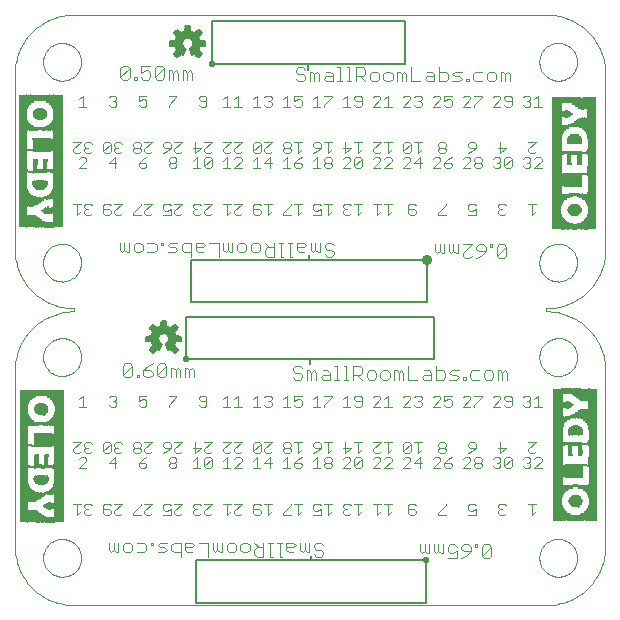
<source format=gto>
G75*
G70*
%OFA0B0*%
%FSLAX24Y24*%
%IPPOS*%
%LPD*%
%AMOC8*
5,1,8,0,0,1.08239X$1,22.5*
%
%ADD10C,0.0040*%
%ADD11C,0.0000*%
%ADD12C,0.0004*%
%ADD13C,0.0030*%
%ADD14R,0.0010X0.4410*%
%ADD15R,0.0010X0.0540*%
%ADD16R,0.0010X0.3670*%
%ADD17R,0.0010X0.0500*%
%ADD18R,0.0010X0.0440*%
%ADD19R,0.0010X0.0310*%
%ADD20R,0.0010X0.0190*%
%ADD21R,0.0010X0.1370*%
%ADD22R,0.0010X0.0470*%
%ADD23R,0.0010X0.0380*%
%ADD24R,0.0010X0.0070*%
%ADD25R,0.0010X0.0100*%
%ADD26R,0.0010X0.0610*%
%ADD27R,0.0010X0.0420*%
%ADD28R,0.0010X0.0450*%
%ADD29R,0.0010X0.0350*%
%ADD30R,0.0010X0.0570*%
%ADD31R,0.0010X0.0430*%
%ADD32R,0.0010X0.0320*%
%ADD33R,0.0010X0.0410*%
%ADD34R,0.0010X0.0520*%
%ADD35R,0.0010X0.0390*%
%ADD36R,0.0010X0.0290*%
%ADD37R,0.0010X0.0090*%
%ADD38R,0.0010X0.0280*%
%ADD39R,0.0010X0.0480*%
%ADD40R,0.0010X0.0370*%
%ADD41R,0.0010X0.0260*%
%ADD42R,0.0010X0.0060*%
%ADD43R,0.0010X0.0250*%
%ADD44R,0.0010X0.0460*%
%ADD45R,0.0010X0.0340*%
%ADD46R,0.0010X0.0240*%
%ADD47R,0.0010X0.0330*%
%ADD48R,0.0010X0.0230*%
%ADD49R,0.0010X0.0220*%
%ADD50R,0.0010X0.0210*%
%ADD51R,0.0010X0.0080*%
%ADD52R,0.0010X0.0300*%
%ADD53R,0.0010X0.0200*%
%ADD54R,0.0010X0.0400*%
%ADD55R,0.0010X0.0180*%
%ADD56R,0.0010X0.0270*%
%ADD57R,0.0010X0.0170*%
%ADD58R,0.0010X0.0160*%
%ADD59R,0.0010X0.0050*%
%ADD60R,0.0010X0.0360*%
%ADD61R,0.0010X0.0150*%
%ADD62R,0.0010X0.0040*%
%ADD63R,0.0010X0.0130*%
%ADD64R,0.0010X0.0140*%
%ADD65R,0.0010X0.0120*%
%ADD66R,0.0010X0.0110*%
%ADD67R,0.0010X0.0010*%
%ADD68R,0.0010X0.0030*%
%ADD69R,0.0010X0.3630*%
%ADD70C,0.0050*%
%ADD71C,0.0223*%
%ADD72C,0.0352*%
%ADD73C,0.0059*%
D10*
X003255Y001961D02*
X003255Y002191D01*
X003409Y002191D02*
X003409Y001961D01*
X003332Y001884D01*
X003255Y001961D01*
X003409Y001961D02*
X003486Y001884D01*
X003562Y001884D01*
X003562Y002191D01*
X003716Y002114D02*
X003716Y001961D01*
X003793Y001884D01*
X003946Y001884D01*
X004023Y001961D01*
X004023Y002114D01*
X003946Y002191D01*
X003793Y002191D01*
X003716Y002114D01*
X004176Y002191D02*
X004406Y002191D01*
X004483Y002114D01*
X004483Y001961D01*
X004406Y001884D01*
X004176Y001884D01*
X004636Y002114D02*
X004636Y002191D01*
X004713Y002191D01*
X004713Y002114D01*
X004636Y002114D01*
X004867Y002114D02*
X004943Y002191D01*
X005174Y002191D01*
X005327Y002114D02*
X005327Y001961D01*
X005404Y001884D01*
X005634Y001884D01*
X005634Y001731D02*
X005634Y002191D01*
X005404Y002191D01*
X005327Y002114D01*
X005174Y001961D02*
X005097Y001884D01*
X004867Y001884D01*
X004943Y002037D02*
X005097Y002037D01*
X005174Y001961D01*
X004943Y002037D02*
X004867Y002114D01*
X005787Y002037D02*
X006018Y002037D01*
X006094Y002114D01*
X006018Y002191D01*
X005787Y002191D01*
X005787Y001961D01*
X005864Y001884D01*
X006018Y001884D01*
X006248Y002191D02*
X006555Y002191D01*
X006555Y001731D01*
X006708Y001961D02*
X006708Y002191D01*
X006862Y002191D02*
X006862Y001961D01*
X006785Y001884D01*
X006708Y001961D01*
X006862Y001961D02*
X006938Y001884D01*
X007015Y001884D01*
X007015Y002191D01*
X007168Y002114D02*
X007168Y001961D01*
X007245Y001884D01*
X007399Y001884D01*
X007475Y001961D01*
X007475Y002114D01*
X007399Y002191D01*
X007245Y002191D01*
X007168Y002114D01*
X007629Y002114D02*
X007629Y001961D01*
X007706Y001884D01*
X007859Y001884D01*
X007936Y001961D01*
X007936Y002114D01*
X007859Y002191D01*
X007706Y002191D01*
X007629Y002114D01*
X008089Y002191D02*
X008243Y002037D01*
X008166Y002037D02*
X008396Y002037D01*
X008396Y002191D02*
X008396Y001731D01*
X008166Y001731D01*
X008089Y001807D01*
X008089Y001961D01*
X008166Y002037D01*
X008549Y002191D02*
X008703Y002191D01*
X008626Y002191D02*
X008626Y001731D01*
X008703Y001731D01*
X008933Y001731D02*
X008933Y002191D01*
X009010Y002191D02*
X008856Y002191D01*
X009163Y002191D02*
X009163Y001961D01*
X009240Y001884D01*
X009393Y001884D01*
X009393Y002037D02*
X009163Y002037D01*
X009163Y002191D02*
X009393Y002191D01*
X009470Y002114D01*
X009393Y002037D01*
X009624Y001961D02*
X009624Y002191D01*
X009777Y002191D02*
X009777Y001961D01*
X009700Y001884D01*
X009624Y001961D01*
X009777Y001961D02*
X009854Y001884D01*
X009931Y001884D01*
X009931Y002191D01*
X010084Y002114D02*
X010161Y002191D01*
X010314Y002191D01*
X010391Y002114D01*
X010314Y001961D02*
X010161Y001961D01*
X010084Y002037D01*
X010084Y002114D01*
X010314Y001961D02*
X010391Y001884D01*
X010391Y001807D01*
X010314Y001731D01*
X010161Y001731D01*
X010084Y001807D01*
X009010Y001731D02*
X008933Y001731D01*
X013612Y001911D02*
X013612Y002141D01*
X013766Y002141D02*
X013766Y001911D01*
X013689Y001834D01*
X013612Y001911D01*
X013766Y001911D02*
X013843Y001834D01*
X013919Y001834D01*
X013919Y002141D01*
X014073Y002141D02*
X014073Y001911D01*
X014149Y001834D01*
X014226Y001911D01*
X014226Y002141D01*
X014380Y002141D02*
X014380Y001834D01*
X014303Y001834D01*
X014226Y001911D01*
X014533Y001911D02*
X014533Y002064D01*
X014610Y002141D01*
X014763Y002141D01*
X014840Y002064D01*
X014840Y001911D02*
X014687Y001834D01*
X014610Y001834D01*
X014533Y001911D01*
X014533Y001681D02*
X014840Y001681D01*
X014840Y001911D01*
X014993Y001987D02*
X014993Y002064D01*
X015070Y002141D01*
X015224Y002141D01*
X015300Y002064D01*
X015300Y001911D01*
X015070Y001911D01*
X014993Y001987D01*
X015147Y001757D02*
X014993Y001681D01*
X015147Y001757D02*
X015300Y001911D01*
X015454Y002064D02*
X015454Y002141D01*
X015531Y002141D01*
X015531Y002064D01*
X015454Y002064D01*
X015684Y002064D02*
X015761Y002141D01*
X015914Y002141D01*
X015991Y002064D01*
X015684Y001757D01*
X015684Y002064D01*
X015684Y001757D02*
X015761Y001681D01*
X015914Y001681D01*
X015991Y001757D01*
X015991Y002064D01*
X015979Y007631D02*
X015826Y007631D01*
X015749Y007708D01*
X015749Y007861D01*
X015826Y007938D01*
X015979Y007938D01*
X016056Y007861D01*
X016056Y007708D01*
X015979Y007631D01*
X016209Y007631D02*
X016209Y007938D01*
X016286Y007938D01*
X016363Y007861D01*
X016440Y007938D01*
X016516Y007861D01*
X016516Y007631D01*
X016363Y007631D02*
X016363Y007861D01*
X015596Y007938D02*
X015365Y007938D01*
X015289Y007861D01*
X015289Y007708D01*
X015365Y007631D01*
X015596Y007631D01*
X015135Y007631D02*
X015059Y007631D01*
X015059Y007708D01*
X015135Y007708D01*
X015135Y007631D01*
X014905Y007708D02*
X014828Y007784D01*
X014675Y007784D01*
X014598Y007861D01*
X014675Y007938D01*
X014905Y007938D01*
X014905Y007708D02*
X014828Y007631D01*
X014598Y007631D01*
X014445Y007708D02*
X014445Y007861D01*
X014368Y007938D01*
X014138Y007938D01*
X014138Y008091D02*
X014138Y007631D01*
X014368Y007631D01*
X014445Y007708D01*
X013984Y007784D02*
X013754Y007784D01*
X013677Y007708D01*
X013754Y007631D01*
X013984Y007631D01*
X013984Y007861D01*
X013908Y007938D01*
X013754Y007938D01*
X013524Y007631D02*
X013217Y007631D01*
X013217Y008091D01*
X013064Y007861D02*
X013064Y007631D01*
X012910Y007631D02*
X012910Y007861D01*
X012987Y007938D01*
X013064Y007861D01*
X012910Y007861D02*
X012833Y007938D01*
X012757Y007938D01*
X012757Y007631D01*
X012603Y007708D02*
X012603Y007861D01*
X012527Y007938D01*
X012373Y007938D01*
X012296Y007861D01*
X012296Y007708D01*
X012373Y007631D01*
X012527Y007631D01*
X012603Y007708D01*
X012143Y007708D02*
X012143Y007861D01*
X012066Y007938D01*
X011913Y007938D01*
X011836Y007861D01*
X011836Y007708D01*
X011913Y007631D01*
X012066Y007631D01*
X012143Y007708D01*
X011683Y007631D02*
X011529Y007784D01*
X011606Y007784D02*
X011376Y007784D01*
X011376Y007631D02*
X011376Y008091D01*
X011606Y008091D01*
X011683Y008014D01*
X011683Y007861D01*
X011606Y007784D01*
X011222Y007631D02*
X011069Y007631D01*
X011146Y007631D02*
X011146Y008091D01*
X011069Y008091D01*
X010839Y008091D02*
X010839Y007631D01*
X010915Y007631D02*
X010762Y007631D01*
X010608Y007631D02*
X010608Y007861D01*
X010532Y007938D01*
X010378Y007938D01*
X010378Y007784D02*
X010608Y007784D01*
X010608Y007631D02*
X010378Y007631D01*
X010302Y007708D01*
X010378Y007784D01*
X010148Y007861D02*
X010148Y007631D01*
X009995Y007631D02*
X009995Y007861D01*
X010071Y007938D01*
X010148Y007861D01*
X009995Y007861D02*
X009918Y007938D01*
X009841Y007938D01*
X009841Y007631D01*
X009688Y007708D02*
X009688Y007784D01*
X009611Y007861D01*
X009458Y007861D01*
X009381Y007938D01*
X009381Y008014D01*
X009458Y008091D01*
X009611Y008091D01*
X009688Y008014D01*
X009688Y007708D02*
X009611Y007631D01*
X009458Y007631D01*
X009381Y007708D01*
X010762Y008091D02*
X010839Y008091D01*
X010664Y011731D02*
X010511Y011731D01*
X010434Y011807D01*
X010281Y011884D02*
X010204Y011884D01*
X010127Y011961D01*
X010050Y011884D01*
X009974Y011961D01*
X009974Y012191D01*
X010127Y012191D02*
X010127Y011961D01*
X010281Y011884D02*
X010281Y012191D01*
X010434Y012114D02*
X010511Y012191D01*
X010664Y012191D01*
X010741Y012114D01*
X010664Y011961D02*
X010511Y011961D01*
X010434Y012037D01*
X010434Y012114D01*
X010664Y011961D02*
X010741Y011884D01*
X010741Y011807D01*
X010664Y011731D01*
X009820Y012114D02*
X009743Y012037D01*
X009513Y012037D01*
X009513Y011961D02*
X009513Y012191D01*
X009743Y012191D01*
X009820Y012114D01*
X009743Y011884D02*
X009590Y011884D01*
X009513Y011961D01*
X009360Y012191D02*
X009206Y012191D01*
X009283Y012191D02*
X009283Y011731D01*
X009360Y011731D01*
X009053Y011731D02*
X008976Y011731D01*
X008976Y012191D01*
X009053Y012191D02*
X008899Y012191D01*
X008746Y012191D02*
X008746Y011731D01*
X008516Y011731D01*
X008439Y011807D01*
X008439Y011961D01*
X008516Y012037D01*
X008746Y012037D01*
X008593Y012037D02*
X008439Y012191D01*
X008286Y012114D02*
X008209Y012191D01*
X008056Y012191D01*
X007979Y012114D01*
X007979Y011961D01*
X008056Y011884D01*
X008209Y011884D01*
X008286Y011961D01*
X008286Y012114D01*
X007825Y012114D02*
X007749Y012191D01*
X007595Y012191D01*
X007518Y012114D01*
X007518Y011961D01*
X007595Y011884D01*
X007749Y011884D01*
X007825Y011961D01*
X007825Y012114D01*
X007365Y012191D02*
X007365Y011884D01*
X007288Y011884D01*
X007212Y011961D01*
X007135Y011884D01*
X007058Y011961D01*
X007058Y012191D01*
X006905Y012191D02*
X006598Y012191D01*
X006444Y012114D02*
X006368Y012037D01*
X006137Y012037D01*
X006137Y011961D02*
X006137Y012191D01*
X006368Y012191D01*
X006444Y012114D01*
X006368Y011884D02*
X006214Y011884D01*
X006137Y011961D01*
X005984Y011884D02*
X005754Y011884D01*
X005677Y011961D01*
X005677Y012114D01*
X005754Y012191D01*
X005984Y012191D01*
X005984Y011731D01*
X005524Y011961D02*
X005447Y011884D01*
X005217Y011884D01*
X005293Y012037D02*
X005447Y012037D01*
X005524Y011961D01*
X005524Y012191D02*
X005293Y012191D01*
X005217Y012114D01*
X005293Y012037D01*
X005063Y012114D02*
X005063Y012191D01*
X004986Y012191D01*
X004986Y012114D01*
X005063Y012114D01*
X004833Y012114D02*
X004756Y012191D01*
X004526Y012191D01*
X004373Y012114D02*
X004296Y012191D01*
X004143Y012191D01*
X004066Y012114D01*
X004066Y011961D01*
X004143Y011884D01*
X004296Y011884D01*
X004373Y011961D01*
X004373Y012114D01*
X004526Y011884D02*
X004756Y011884D01*
X004833Y011961D01*
X004833Y012114D01*
X003912Y012191D02*
X003912Y011884D01*
X003836Y011884D01*
X003759Y011961D01*
X003682Y011884D01*
X003605Y011961D01*
X003605Y012191D01*
X003759Y012191D02*
X003759Y011961D01*
X006905Y011731D02*
X006905Y012191D01*
X007212Y012191D02*
X007212Y011961D01*
X005087Y008166D02*
X004933Y008166D01*
X004857Y008089D01*
X004857Y007783D01*
X005164Y008089D01*
X005164Y007783D01*
X005087Y007706D01*
X004933Y007706D01*
X004857Y007783D01*
X004703Y007783D02*
X004627Y007706D01*
X004473Y007706D01*
X004396Y007783D01*
X004396Y007936D01*
X004627Y007936D01*
X004703Y007859D01*
X004703Y007783D01*
X004550Y008089D02*
X004396Y007936D01*
X004243Y007783D02*
X004243Y007706D01*
X004166Y007706D01*
X004166Y007783D01*
X004243Y007783D01*
X004013Y007783D02*
X004013Y008089D01*
X003706Y007783D01*
X003783Y007706D01*
X003936Y007706D01*
X004013Y007783D01*
X004013Y008089D02*
X003936Y008166D01*
X003783Y008166D01*
X003706Y008089D01*
X003706Y007783D01*
X004550Y008089D02*
X004703Y008166D01*
X005087Y008166D02*
X005164Y008089D01*
X005317Y008013D02*
X005394Y008013D01*
X005471Y007936D01*
X005547Y008013D01*
X005624Y007936D01*
X005624Y007706D01*
X005777Y007706D02*
X005777Y008013D01*
X005854Y008013D01*
X005931Y007936D01*
X006008Y008013D01*
X006084Y007936D01*
X006084Y007706D01*
X005931Y007706D02*
X005931Y007936D01*
X005471Y007936D02*
X005471Y007706D01*
X005317Y007706D02*
X005317Y008013D01*
X014112Y011911D02*
X014112Y012141D01*
X014266Y012141D02*
X014266Y011911D01*
X014189Y011834D01*
X014112Y011911D01*
X014266Y011911D02*
X014343Y011834D01*
X014419Y011834D01*
X014419Y012141D01*
X014573Y012141D02*
X014573Y011911D01*
X014649Y011834D01*
X014726Y011911D01*
X014726Y012141D01*
X014880Y012141D02*
X014880Y011834D01*
X014803Y011834D01*
X014726Y011911D01*
X015033Y011834D02*
X015033Y011757D01*
X015110Y011681D01*
X015263Y011681D01*
X015340Y011757D01*
X015493Y011681D02*
X015647Y011757D01*
X015800Y011911D01*
X015570Y011911D01*
X015493Y011987D01*
X015493Y012064D01*
X015570Y012141D01*
X015724Y012141D01*
X015800Y012064D01*
X015800Y011911D01*
X015954Y012064D02*
X015954Y012141D01*
X016031Y012141D01*
X016031Y012064D01*
X015954Y012064D01*
X016184Y012064D02*
X016184Y011757D01*
X016491Y012064D01*
X016414Y012141D01*
X016261Y012141D01*
X016184Y012064D01*
X016184Y011757D02*
X016261Y011681D01*
X016414Y011681D01*
X016491Y011757D01*
X016491Y012064D01*
X015340Y012141D02*
X015033Y011834D01*
X015033Y012141D02*
X015340Y012141D01*
X015235Y017581D02*
X015159Y017581D01*
X015159Y017658D01*
X015235Y017658D01*
X015235Y017581D01*
X015389Y017658D02*
X015389Y017811D01*
X015465Y017888D01*
X015696Y017888D01*
X015849Y017811D02*
X015849Y017658D01*
X015926Y017581D01*
X016079Y017581D01*
X016156Y017658D01*
X016156Y017811D01*
X016079Y017888D01*
X015926Y017888D01*
X015849Y017811D01*
X015696Y017581D02*
X015465Y017581D01*
X015389Y017658D01*
X015005Y017658D02*
X014928Y017734D01*
X014775Y017734D01*
X014698Y017811D01*
X014775Y017888D01*
X015005Y017888D01*
X015005Y017658D02*
X014928Y017581D01*
X014698Y017581D01*
X014545Y017658D02*
X014545Y017811D01*
X014468Y017888D01*
X014238Y017888D01*
X014238Y018041D02*
X014238Y017581D01*
X014468Y017581D01*
X014545Y017658D01*
X014084Y017734D02*
X013854Y017734D01*
X013777Y017658D01*
X013854Y017581D01*
X014084Y017581D01*
X014084Y017811D01*
X014008Y017888D01*
X013854Y017888D01*
X013624Y017581D02*
X013317Y017581D01*
X013317Y018041D01*
X013087Y017888D02*
X013164Y017811D01*
X013164Y017581D01*
X013010Y017581D02*
X013010Y017811D01*
X013087Y017888D01*
X013010Y017811D02*
X012933Y017888D01*
X012857Y017888D01*
X012857Y017581D01*
X012703Y017658D02*
X012703Y017811D01*
X012627Y017888D01*
X012473Y017888D01*
X012396Y017811D01*
X012396Y017658D01*
X012473Y017581D01*
X012627Y017581D01*
X012703Y017658D01*
X012243Y017658D02*
X012243Y017811D01*
X012166Y017888D01*
X012013Y017888D01*
X011936Y017811D01*
X011936Y017658D01*
X012013Y017581D01*
X012166Y017581D01*
X012243Y017658D01*
X011783Y017581D02*
X011629Y017734D01*
X011706Y017734D02*
X011476Y017734D01*
X011476Y017581D02*
X011476Y018041D01*
X011706Y018041D01*
X011783Y017964D01*
X011783Y017811D01*
X011706Y017734D01*
X011322Y017581D02*
X011169Y017581D01*
X011246Y017581D02*
X011246Y018041D01*
X011169Y018041D01*
X010939Y018041D02*
X010939Y017581D01*
X011015Y017581D02*
X010862Y017581D01*
X010708Y017581D02*
X010708Y017811D01*
X010632Y017888D01*
X010478Y017888D01*
X010478Y017734D02*
X010708Y017734D01*
X010708Y017581D02*
X010478Y017581D01*
X010402Y017658D01*
X010478Y017734D01*
X010248Y017811D02*
X010248Y017581D01*
X010095Y017581D02*
X010095Y017811D01*
X010171Y017888D01*
X010248Y017811D01*
X010095Y017811D02*
X010018Y017888D01*
X009941Y017888D01*
X009941Y017581D01*
X009788Y017658D02*
X009711Y017581D01*
X009558Y017581D01*
X009481Y017658D01*
X009558Y017811D02*
X009481Y017888D01*
X009481Y017964D01*
X009558Y018041D01*
X009711Y018041D01*
X009788Y017964D01*
X009711Y017811D02*
X009788Y017734D01*
X009788Y017658D01*
X009711Y017811D02*
X009558Y017811D01*
X010862Y018041D02*
X010939Y018041D01*
X006009Y017861D02*
X006009Y017631D01*
X005856Y017631D02*
X005856Y017861D01*
X005933Y017938D01*
X006009Y017861D01*
X005856Y017861D02*
X005779Y017938D01*
X005702Y017938D01*
X005702Y017631D01*
X005549Y017631D02*
X005549Y017861D01*
X005472Y017938D01*
X005396Y017861D01*
X005396Y017631D01*
X005242Y017631D02*
X005242Y017938D01*
X005319Y017938D01*
X005396Y017861D01*
X005089Y017708D02*
X005012Y017631D01*
X004858Y017631D01*
X004782Y017708D01*
X005089Y018014D01*
X005089Y017708D01*
X004782Y017708D02*
X004782Y018014D01*
X004858Y018091D01*
X005012Y018091D01*
X005089Y018014D01*
X004628Y018091D02*
X004321Y018091D01*
X004321Y017861D01*
X004475Y017938D01*
X004552Y017938D01*
X004628Y017861D01*
X004628Y017708D01*
X004552Y017631D01*
X004398Y017631D01*
X004321Y017708D01*
X004168Y017708D02*
X004168Y017631D01*
X004091Y017631D01*
X004091Y017708D01*
X004168Y017708D01*
X003938Y017708D02*
X003861Y017631D01*
X003708Y017631D01*
X003631Y017708D01*
X003938Y018014D01*
X003938Y017708D01*
X003631Y017708D02*
X003631Y018014D01*
X003708Y018091D01*
X003861Y018091D01*
X003938Y018014D01*
X016309Y017888D02*
X016309Y017581D01*
X016463Y017581D02*
X016463Y017811D01*
X016540Y017888D01*
X016616Y017811D01*
X016616Y017581D01*
X016463Y017811D02*
X016386Y017888D01*
X016309Y017888D01*
D11*
X001056Y001686D02*
X001058Y001736D01*
X001064Y001786D01*
X001074Y001835D01*
X001088Y001883D01*
X001105Y001930D01*
X001126Y001975D01*
X001151Y002019D01*
X001179Y002060D01*
X001211Y002099D01*
X001245Y002136D01*
X001282Y002170D01*
X001322Y002200D01*
X001364Y002227D01*
X001408Y002251D01*
X001454Y002272D01*
X001501Y002288D01*
X001549Y002301D01*
X001599Y002310D01*
X001648Y002315D01*
X001699Y002316D01*
X001749Y002313D01*
X001798Y002306D01*
X001847Y002295D01*
X001895Y002280D01*
X001941Y002262D01*
X001986Y002240D01*
X002029Y002214D01*
X002070Y002185D01*
X002109Y002153D01*
X002145Y002118D01*
X002177Y002080D01*
X002207Y002040D01*
X002234Y001997D01*
X002257Y001953D01*
X002276Y001907D01*
X002292Y001859D01*
X002304Y001810D01*
X002312Y001761D01*
X002316Y001711D01*
X002316Y001661D01*
X002312Y001611D01*
X002304Y001562D01*
X002292Y001513D01*
X002276Y001465D01*
X002257Y001419D01*
X002234Y001375D01*
X002207Y001332D01*
X002177Y001292D01*
X002145Y001254D01*
X002109Y001219D01*
X002070Y001187D01*
X002029Y001158D01*
X001986Y001132D01*
X001941Y001110D01*
X001895Y001092D01*
X001847Y001077D01*
X001798Y001066D01*
X001749Y001059D01*
X001699Y001056D01*
X001648Y001057D01*
X001599Y001062D01*
X001549Y001071D01*
X001501Y001084D01*
X001454Y001100D01*
X001408Y001121D01*
X001364Y001145D01*
X001322Y001172D01*
X001282Y001202D01*
X001245Y001236D01*
X001211Y001273D01*
X001179Y001312D01*
X001151Y001353D01*
X001126Y001397D01*
X001105Y001442D01*
X001088Y001489D01*
X001074Y001537D01*
X001064Y001586D01*
X001058Y001636D01*
X001056Y001686D01*
X001056Y008379D02*
X001058Y008429D01*
X001064Y008479D01*
X001074Y008528D01*
X001088Y008576D01*
X001105Y008623D01*
X001126Y008668D01*
X001151Y008712D01*
X001179Y008753D01*
X001211Y008792D01*
X001245Y008829D01*
X001282Y008863D01*
X001322Y008893D01*
X001364Y008920D01*
X001408Y008944D01*
X001454Y008965D01*
X001501Y008981D01*
X001549Y008994D01*
X001599Y009003D01*
X001648Y009008D01*
X001699Y009009D01*
X001749Y009006D01*
X001798Y008999D01*
X001847Y008988D01*
X001895Y008973D01*
X001941Y008955D01*
X001986Y008933D01*
X002029Y008907D01*
X002070Y008878D01*
X002109Y008846D01*
X002145Y008811D01*
X002177Y008773D01*
X002207Y008733D01*
X002234Y008690D01*
X002257Y008646D01*
X002276Y008600D01*
X002292Y008552D01*
X002304Y008503D01*
X002312Y008454D01*
X002316Y008404D01*
X002316Y008354D01*
X002312Y008304D01*
X002304Y008255D01*
X002292Y008206D01*
X002276Y008158D01*
X002257Y008112D01*
X002234Y008068D01*
X002207Y008025D01*
X002177Y007985D01*
X002145Y007947D01*
X002109Y007912D01*
X002070Y007880D01*
X002029Y007851D01*
X001986Y007825D01*
X001941Y007803D01*
X001895Y007785D01*
X001847Y007770D01*
X001798Y007759D01*
X001749Y007752D01*
X001699Y007749D01*
X001648Y007750D01*
X001599Y007755D01*
X001549Y007764D01*
X001501Y007777D01*
X001454Y007793D01*
X001408Y007814D01*
X001364Y007838D01*
X001322Y007865D01*
X001282Y007895D01*
X001245Y007929D01*
X001211Y007966D01*
X001179Y008005D01*
X001151Y008046D01*
X001126Y008090D01*
X001105Y008135D01*
X001088Y008182D01*
X001074Y008230D01*
X001064Y008279D01*
X001058Y008329D01*
X001056Y008379D01*
X001056Y011528D02*
X001058Y011578D01*
X001064Y011628D01*
X001074Y011677D01*
X001088Y011725D01*
X001105Y011772D01*
X001126Y011817D01*
X001151Y011861D01*
X001179Y011902D01*
X001211Y011941D01*
X001245Y011978D01*
X001282Y012012D01*
X001322Y012042D01*
X001364Y012069D01*
X001408Y012093D01*
X001454Y012114D01*
X001501Y012130D01*
X001549Y012143D01*
X001599Y012152D01*
X001648Y012157D01*
X001699Y012158D01*
X001749Y012155D01*
X001798Y012148D01*
X001847Y012137D01*
X001895Y012122D01*
X001941Y012104D01*
X001986Y012082D01*
X002029Y012056D01*
X002070Y012027D01*
X002109Y011995D01*
X002145Y011960D01*
X002177Y011922D01*
X002207Y011882D01*
X002234Y011839D01*
X002257Y011795D01*
X002276Y011749D01*
X002292Y011701D01*
X002304Y011652D01*
X002312Y011603D01*
X002316Y011553D01*
X002316Y011503D01*
X002312Y011453D01*
X002304Y011404D01*
X002292Y011355D01*
X002276Y011307D01*
X002257Y011261D01*
X002234Y011217D01*
X002207Y011174D01*
X002177Y011134D01*
X002145Y011096D01*
X002109Y011061D01*
X002070Y011029D01*
X002029Y011000D01*
X001986Y010974D01*
X001941Y010952D01*
X001895Y010934D01*
X001847Y010919D01*
X001798Y010908D01*
X001749Y010901D01*
X001699Y010898D01*
X001648Y010899D01*
X001599Y010904D01*
X001549Y010913D01*
X001501Y010926D01*
X001454Y010942D01*
X001408Y010963D01*
X001364Y010987D01*
X001322Y011014D01*
X001282Y011044D01*
X001245Y011078D01*
X001211Y011115D01*
X001179Y011154D01*
X001151Y011195D01*
X001126Y011239D01*
X001105Y011284D01*
X001088Y011331D01*
X001074Y011379D01*
X001064Y011428D01*
X001058Y011478D01*
X001056Y011528D01*
X001056Y018221D02*
X001058Y018271D01*
X001064Y018321D01*
X001074Y018370D01*
X001088Y018418D01*
X001105Y018465D01*
X001126Y018510D01*
X001151Y018554D01*
X001179Y018595D01*
X001211Y018634D01*
X001245Y018671D01*
X001282Y018705D01*
X001322Y018735D01*
X001364Y018762D01*
X001408Y018786D01*
X001454Y018807D01*
X001501Y018823D01*
X001549Y018836D01*
X001599Y018845D01*
X001648Y018850D01*
X001699Y018851D01*
X001749Y018848D01*
X001798Y018841D01*
X001847Y018830D01*
X001895Y018815D01*
X001941Y018797D01*
X001986Y018775D01*
X002029Y018749D01*
X002070Y018720D01*
X002109Y018688D01*
X002145Y018653D01*
X002177Y018615D01*
X002207Y018575D01*
X002234Y018532D01*
X002257Y018488D01*
X002276Y018442D01*
X002292Y018394D01*
X002304Y018345D01*
X002312Y018296D01*
X002316Y018246D01*
X002316Y018196D01*
X002312Y018146D01*
X002304Y018097D01*
X002292Y018048D01*
X002276Y018000D01*
X002257Y017954D01*
X002234Y017910D01*
X002207Y017867D01*
X002177Y017827D01*
X002145Y017789D01*
X002109Y017754D01*
X002070Y017722D01*
X002029Y017693D01*
X001986Y017667D01*
X001941Y017645D01*
X001895Y017627D01*
X001847Y017612D01*
X001798Y017601D01*
X001749Y017594D01*
X001699Y017591D01*
X001648Y017592D01*
X001599Y017597D01*
X001549Y017606D01*
X001501Y017619D01*
X001454Y017635D01*
X001408Y017656D01*
X001364Y017680D01*
X001322Y017707D01*
X001282Y017737D01*
X001245Y017771D01*
X001211Y017808D01*
X001179Y017847D01*
X001151Y017888D01*
X001126Y017932D01*
X001105Y017977D01*
X001088Y018024D01*
X001074Y018072D01*
X001064Y018121D01*
X001058Y018171D01*
X001056Y018221D01*
X017591Y018221D02*
X017593Y018271D01*
X017599Y018321D01*
X017609Y018370D01*
X017623Y018418D01*
X017640Y018465D01*
X017661Y018510D01*
X017686Y018554D01*
X017714Y018595D01*
X017746Y018634D01*
X017780Y018671D01*
X017817Y018705D01*
X017857Y018735D01*
X017899Y018762D01*
X017943Y018786D01*
X017989Y018807D01*
X018036Y018823D01*
X018084Y018836D01*
X018134Y018845D01*
X018183Y018850D01*
X018234Y018851D01*
X018284Y018848D01*
X018333Y018841D01*
X018382Y018830D01*
X018430Y018815D01*
X018476Y018797D01*
X018521Y018775D01*
X018564Y018749D01*
X018605Y018720D01*
X018644Y018688D01*
X018680Y018653D01*
X018712Y018615D01*
X018742Y018575D01*
X018769Y018532D01*
X018792Y018488D01*
X018811Y018442D01*
X018827Y018394D01*
X018839Y018345D01*
X018847Y018296D01*
X018851Y018246D01*
X018851Y018196D01*
X018847Y018146D01*
X018839Y018097D01*
X018827Y018048D01*
X018811Y018000D01*
X018792Y017954D01*
X018769Y017910D01*
X018742Y017867D01*
X018712Y017827D01*
X018680Y017789D01*
X018644Y017754D01*
X018605Y017722D01*
X018564Y017693D01*
X018521Y017667D01*
X018476Y017645D01*
X018430Y017627D01*
X018382Y017612D01*
X018333Y017601D01*
X018284Y017594D01*
X018234Y017591D01*
X018183Y017592D01*
X018134Y017597D01*
X018084Y017606D01*
X018036Y017619D01*
X017989Y017635D01*
X017943Y017656D01*
X017899Y017680D01*
X017857Y017707D01*
X017817Y017737D01*
X017780Y017771D01*
X017746Y017808D01*
X017714Y017847D01*
X017686Y017888D01*
X017661Y017932D01*
X017640Y017977D01*
X017623Y018024D01*
X017609Y018072D01*
X017599Y018121D01*
X017593Y018171D01*
X017591Y018221D01*
X017591Y011528D02*
X017593Y011578D01*
X017599Y011628D01*
X017609Y011677D01*
X017623Y011725D01*
X017640Y011772D01*
X017661Y011817D01*
X017686Y011861D01*
X017714Y011902D01*
X017746Y011941D01*
X017780Y011978D01*
X017817Y012012D01*
X017857Y012042D01*
X017899Y012069D01*
X017943Y012093D01*
X017989Y012114D01*
X018036Y012130D01*
X018084Y012143D01*
X018134Y012152D01*
X018183Y012157D01*
X018234Y012158D01*
X018284Y012155D01*
X018333Y012148D01*
X018382Y012137D01*
X018430Y012122D01*
X018476Y012104D01*
X018521Y012082D01*
X018564Y012056D01*
X018605Y012027D01*
X018644Y011995D01*
X018680Y011960D01*
X018712Y011922D01*
X018742Y011882D01*
X018769Y011839D01*
X018792Y011795D01*
X018811Y011749D01*
X018827Y011701D01*
X018839Y011652D01*
X018847Y011603D01*
X018851Y011553D01*
X018851Y011503D01*
X018847Y011453D01*
X018839Y011404D01*
X018827Y011355D01*
X018811Y011307D01*
X018792Y011261D01*
X018769Y011217D01*
X018742Y011174D01*
X018712Y011134D01*
X018680Y011096D01*
X018644Y011061D01*
X018605Y011029D01*
X018564Y011000D01*
X018521Y010974D01*
X018476Y010952D01*
X018430Y010934D01*
X018382Y010919D01*
X018333Y010908D01*
X018284Y010901D01*
X018234Y010898D01*
X018183Y010899D01*
X018134Y010904D01*
X018084Y010913D01*
X018036Y010926D01*
X017989Y010942D01*
X017943Y010963D01*
X017899Y010987D01*
X017857Y011014D01*
X017817Y011044D01*
X017780Y011078D01*
X017746Y011115D01*
X017714Y011154D01*
X017686Y011195D01*
X017661Y011239D01*
X017640Y011284D01*
X017623Y011331D01*
X017609Y011379D01*
X017599Y011428D01*
X017593Y011478D01*
X017591Y011528D01*
X017591Y008379D02*
X017593Y008429D01*
X017599Y008479D01*
X017609Y008528D01*
X017623Y008576D01*
X017640Y008623D01*
X017661Y008668D01*
X017686Y008712D01*
X017714Y008753D01*
X017746Y008792D01*
X017780Y008829D01*
X017817Y008863D01*
X017857Y008893D01*
X017899Y008920D01*
X017943Y008944D01*
X017989Y008965D01*
X018036Y008981D01*
X018084Y008994D01*
X018134Y009003D01*
X018183Y009008D01*
X018234Y009009D01*
X018284Y009006D01*
X018333Y008999D01*
X018382Y008988D01*
X018430Y008973D01*
X018476Y008955D01*
X018521Y008933D01*
X018564Y008907D01*
X018605Y008878D01*
X018644Y008846D01*
X018680Y008811D01*
X018712Y008773D01*
X018742Y008733D01*
X018769Y008690D01*
X018792Y008646D01*
X018811Y008600D01*
X018827Y008552D01*
X018839Y008503D01*
X018847Y008454D01*
X018851Y008404D01*
X018851Y008354D01*
X018847Y008304D01*
X018839Y008255D01*
X018827Y008206D01*
X018811Y008158D01*
X018792Y008112D01*
X018769Y008068D01*
X018742Y008025D01*
X018712Y007985D01*
X018680Y007947D01*
X018644Y007912D01*
X018605Y007880D01*
X018564Y007851D01*
X018521Y007825D01*
X018476Y007803D01*
X018430Y007785D01*
X018382Y007770D01*
X018333Y007759D01*
X018284Y007752D01*
X018234Y007749D01*
X018183Y007750D01*
X018134Y007755D01*
X018084Y007764D01*
X018036Y007777D01*
X017989Y007793D01*
X017943Y007814D01*
X017899Y007838D01*
X017857Y007865D01*
X017817Y007895D01*
X017780Y007929D01*
X017746Y007966D01*
X017714Y008005D01*
X017686Y008046D01*
X017661Y008090D01*
X017640Y008135D01*
X017623Y008182D01*
X017609Y008230D01*
X017599Y008279D01*
X017593Y008329D01*
X017591Y008379D01*
X017591Y001686D02*
X017593Y001736D01*
X017599Y001786D01*
X017609Y001835D01*
X017623Y001883D01*
X017640Y001930D01*
X017661Y001975D01*
X017686Y002019D01*
X017714Y002060D01*
X017746Y002099D01*
X017780Y002136D01*
X017817Y002170D01*
X017857Y002200D01*
X017899Y002227D01*
X017943Y002251D01*
X017989Y002272D01*
X018036Y002288D01*
X018084Y002301D01*
X018134Y002310D01*
X018183Y002315D01*
X018234Y002316D01*
X018284Y002313D01*
X018333Y002306D01*
X018382Y002295D01*
X018430Y002280D01*
X018476Y002262D01*
X018521Y002240D01*
X018564Y002214D01*
X018605Y002185D01*
X018644Y002153D01*
X018680Y002118D01*
X018712Y002080D01*
X018742Y002040D01*
X018769Y001997D01*
X018792Y001953D01*
X018811Y001907D01*
X018827Y001859D01*
X018839Y001810D01*
X018847Y001761D01*
X018851Y001711D01*
X018851Y001661D01*
X018847Y001611D01*
X018839Y001562D01*
X018827Y001513D01*
X018811Y001465D01*
X018792Y001419D01*
X018769Y001375D01*
X018742Y001332D01*
X018712Y001292D01*
X018680Y001254D01*
X018644Y001219D01*
X018605Y001187D01*
X018564Y001158D01*
X018521Y001132D01*
X018476Y001110D01*
X018430Y001092D01*
X018382Y001077D01*
X018333Y001066D01*
X018284Y001059D01*
X018234Y001056D01*
X018183Y001057D01*
X018134Y001062D01*
X018084Y001071D01*
X018036Y001084D01*
X017989Y001100D01*
X017943Y001121D01*
X017899Y001145D01*
X017857Y001172D01*
X017817Y001202D01*
X017780Y001236D01*
X017746Y001273D01*
X017714Y001312D01*
X017686Y001353D01*
X017661Y001397D01*
X017640Y001442D01*
X017623Y001489D01*
X017609Y001537D01*
X017599Y001586D01*
X017593Y001636D01*
X017591Y001686D01*
D12*
X017827Y000110D02*
X017921Y000112D01*
X018014Y000119D01*
X018107Y000130D01*
X018200Y000146D01*
X018291Y000166D01*
X018382Y000190D01*
X018471Y000218D01*
X018559Y000251D01*
X018645Y000288D01*
X018729Y000329D01*
X018812Y000374D01*
X018892Y000423D01*
X018969Y000475D01*
X019044Y000531D01*
X019116Y000591D01*
X019186Y000654D01*
X019252Y000720D01*
X019315Y000790D01*
X019375Y000862D01*
X019431Y000937D01*
X019483Y001014D01*
X019532Y001095D01*
X019577Y001177D01*
X019618Y001261D01*
X019655Y001347D01*
X019688Y001435D01*
X019716Y001524D01*
X019740Y001615D01*
X019760Y001706D01*
X019776Y001799D01*
X019787Y001892D01*
X019794Y001985D01*
X019796Y002079D01*
X019796Y007936D01*
X019794Y008030D01*
X019787Y008123D01*
X019776Y008216D01*
X019760Y008309D01*
X019740Y008400D01*
X019716Y008491D01*
X019688Y008580D01*
X019655Y008668D01*
X019618Y008754D01*
X019577Y008838D01*
X019532Y008920D01*
X019483Y009001D01*
X019431Y009078D01*
X019375Y009153D01*
X019315Y009225D01*
X019252Y009295D01*
X019186Y009361D01*
X019116Y009424D01*
X019044Y009484D01*
X018969Y009540D01*
X018892Y009592D01*
X018811Y009641D01*
X018729Y009686D01*
X018645Y009727D01*
X018559Y009764D01*
X018471Y009797D01*
X018382Y009825D01*
X018291Y009849D01*
X018200Y009869D01*
X018107Y009885D01*
X018014Y009896D01*
X017921Y009903D01*
X017827Y009905D01*
X017827Y009904D02*
X017827Y010003D01*
X017827Y010002D02*
X017921Y010004D01*
X018014Y010011D01*
X018107Y010022D01*
X018200Y010038D01*
X018291Y010058D01*
X018382Y010082D01*
X018471Y010110D01*
X018559Y010143D01*
X018645Y010180D01*
X018729Y010221D01*
X018812Y010266D01*
X018892Y010315D01*
X018969Y010367D01*
X019044Y010423D01*
X019116Y010483D01*
X019186Y010546D01*
X019252Y010612D01*
X019315Y010682D01*
X019375Y010754D01*
X019431Y010829D01*
X019483Y010906D01*
X019532Y010987D01*
X019577Y011069D01*
X019618Y011153D01*
X019655Y011239D01*
X019688Y011327D01*
X019716Y011416D01*
X019740Y011507D01*
X019760Y011598D01*
X019776Y011691D01*
X019787Y011784D01*
X019794Y011877D01*
X019796Y011971D01*
X019796Y017827D01*
X019794Y017921D01*
X019787Y018014D01*
X019776Y018107D01*
X019760Y018200D01*
X019740Y018291D01*
X019716Y018382D01*
X019688Y018471D01*
X019655Y018559D01*
X019618Y018645D01*
X019577Y018729D01*
X019532Y018811D01*
X019483Y018892D01*
X019431Y018969D01*
X019375Y019044D01*
X019315Y019116D01*
X019252Y019186D01*
X019186Y019252D01*
X019116Y019315D01*
X019044Y019375D01*
X018969Y019431D01*
X018892Y019483D01*
X018811Y019532D01*
X018729Y019577D01*
X018645Y019618D01*
X018559Y019655D01*
X018471Y019688D01*
X018382Y019716D01*
X018291Y019740D01*
X018200Y019760D01*
X018107Y019776D01*
X018014Y019787D01*
X017921Y019794D01*
X017827Y019796D01*
X002079Y019796D01*
X001985Y019794D01*
X001892Y019787D01*
X001799Y019776D01*
X001706Y019760D01*
X001615Y019740D01*
X001524Y019716D01*
X001435Y019688D01*
X001347Y019655D01*
X001261Y019618D01*
X001177Y019577D01*
X001094Y019532D01*
X001014Y019483D01*
X000937Y019431D01*
X000862Y019375D01*
X000790Y019315D01*
X000720Y019252D01*
X000654Y019186D01*
X000591Y019116D01*
X000531Y019044D01*
X000475Y018969D01*
X000423Y018892D01*
X000374Y018812D01*
X000329Y018729D01*
X000288Y018645D01*
X000251Y018559D01*
X000218Y018471D01*
X000190Y018382D01*
X000166Y018291D01*
X000146Y018200D01*
X000130Y018107D01*
X000119Y018014D01*
X000112Y017921D01*
X000110Y017827D01*
X000111Y017827D02*
X000111Y011971D01*
X000110Y011971D02*
X000112Y011877D01*
X000119Y011784D01*
X000130Y011691D01*
X000146Y011598D01*
X000166Y011507D01*
X000190Y011416D01*
X000218Y011327D01*
X000251Y011239D01*
X000288Y011153D01*
X000329Y011069D01*
X000374Y010987D01*
X000423Y010906D01*
X000475Y010829D01*
X000531Y010754D01*
X000591Y010682D01*
X000654Y010612D01*
X000720Y010546D01*
X000790Y010483D01*
X000862Y010423D01*
X000937Y010367D01*
X001014Y010315D01*
X001094Y010266D01*
X001177Y010221D01*
X001261Y010180D01*
X001347Y010143D01*
X001435Y010110D01*
X001524Y010082D01*
X001615Y010058D01*
X001706Y010038D01*
X001799Y010022D01*
X001892Y010011D01*
X001985Y010004D01*
X002079Y010002D01*
X002079Y010003D02*
X002079Y009904D01*
X002079Y009905D02*
X001985Y009903D01*
X001892Y009896D01*
X001799Y009885D01*
X001706Y009869D01*
X001615Y009849D01*
X001524Y009825D01*
X001435Y009797D01*
X001347Y009764D01*
X001261Y009727D01*
X001177Y009686D01*
X001094Y009641D01*
X001014Y009592D01*
X000937Y009540D01*
X000862Y009484D01*
X000790Y009424D01*
X000720Y009361D01*
X000654Y009295D01*
X000591Y009225D01*
X000531Y009153D01*
X000475Y009078D01*
X000423Y009001D01*
X000374Y008921D01*
X000329Y008838D01*
X000288Y008754D01*
X000251Y008668D01*
X000218Y008580D01*
X000190Y008491D01*
X000166Y008400D01*
X000146Y008309D01*
X000130Y008216D01*
X000119Y008123D01*
X000112Y008030D01*
X000110Y007936D01*
X000111Y007936D02*
X000111Y002079D01*
X000110Y002079D02*
X000112Y001985D01*
X000119Y001892D01*
X000130Y001799D01*
X000146Y001706D01*
X000166Y001615D01*
X000190Y001524D01*
X000218Y001435D01*
X000251Y001347D01*
X000288Y001261D01*
X000329Y001177D01*
X000374Y001095D01*
X000423Y001014D01*
X000475Y000937D01*
X000531Y000862D01*
X000591Y000790D01*
X000654Y000720D01*
X000720Y000654D01*
X000790Y000591D01*
X000862Y000531D01*
X000937Y000475D01*
X001014Y000423D01*
X001094Y000374D01*
X001177Y000329D01*
X001261Y000288D01*
X001347Y000251D01*
X001435Y000218D01*
X001524Y000190D01*
X001615Y000166D01*
X001706Y000146D01*
X001799Y000130D01*
X001892Y000119D01*
X001985Y000112D01*
X002079Y000110D01*
X002079Y000111D02*
X017827Y000111D01*
D13*
X017347Y003126D02*
X017347Y003496D01*
X017224Y003496D02*
X017471Y003496D01*
X017471Y003249D02*
X017347Y003126D01*
X016471Y003187D02*
X016409Y003126D01*
X016286Y003126D01*
X016224Y003187D01*
X016224Y003249D01*
X016286Y003311D01*
X016224Y003372D01*
X016224Y003434D01*
X016286Y003496D01*
X016409Y003496D01*
X016471Y003434D01*
X016347Y003311D02*
X016286Y003311D01*
X015471Y003311D02*
X015471Y003126D01*
X015224Y003126D01*
X015286Y003249D02*
X015224Y003311D01*
X015224Y003434D01*
X015286Y003496D01*
X015409Y003496D01*
X015471Y003434D01*
X015471Y003311D02*
X015347Y003249D01*
X015286Y003249D01*
X014471Y003126D02*
X014224Y003126D01*
X014224Y003187D01*
X014471Y003434D01*
X014471Y003496D01*
X013471Y003434D02*
X013409Y003496D01*
X013286Y003496D01*
X013224Y003434D01*
X013224Y003187D01*
X013286Y003126D01*
X013409Y003126D01*
X013471Y003187D01*
X013471Y003249D01*
X013409Y003311D01*
X013224Y003311D01*
X012671Y003249D02*
X012547Y003126D01*
X012547Y003496D01*
X012424Y003496D02*
X012671Y003496D01*
X012303Y003496D02*
X012056Y003496D01*
X012179Y003496D02*
X012179Y003126D01*
X012303Y003249D01*
X011671Y003249D02*
X011547Y003126D01*
X011547Y003496D01*
X011424Y003496D02*
X011671Y003496D01*
X011303Y003434D02*
X011241Y003496D01*
X011117Y003496D01*
X011056Y003434D01*
X011056Y003372D01*
X011117Y003311D01*
X011179Y003311D01*
X011117Y003311D02*
X011056Y003249D01*
X011056Y003187D01*
X011117Y003126D01*
X011241Y003126D01*
X011303Y003187D01*
X010671Y003249D02*
X010547Y003126D01*
X010547Y003496D01*
X010424Y003496D02*
X010671Y003496D01*
X010303Y003434D02*
X010241Y003496D01*
X010117Y003496D01*
X010056Y003434D01*
X010056Y003311D01*
X010117Y003249D01*
X010179Y003249D01*
X010303Y003311D01*
X010303Y003126D01*
X010056Y003126D01*
X009671Y003249D02*
X009547Y003126D01*
X009547Y003496D01*
X009424Y003496D02*
X009671Y003496D01*
X009303Y003496D02*
X009303Y003434D01*
X009056Y003187D01*
X009056Y003126D01*
X009303Y003126D01*
X008671Y003249D02*
X008547Y003126D01*
X008547Y003496D01*
X008424Y003496D02*
X008671Y003496D01*
X008303Y003434D02*
X008241Y003496D01*
X008117Y003496D01*
X008056Y003434D01*
X008056Y003187D01*
X008117Y003126D01*
X008241Y003126D01*
X008303Y003187D01*
X008303Y003249D01*
X008241Y003311D01*
X008056Y003311D01*
X007671Y003187D02*
X007609Y003126D01*
X007486Y003126D01*
X007424Y003187D01*
X007424Y003249D01*
X007671Y003496D01*
X007424Y003496D01*
X007303Y003496D02*
X007056Y003496D01*
X007179Y003496D02*
X007179Y003126D01*
X007303Y003249D01*
X006671Y003187D02*
X006609Y003126D01*
X006486Y003126D01*
X006424Y003187D01*
X006424Y003249D01*
X006671Y003496D01*
X006424Y003496D01*
X006303Y003434D02*
X006241Y003496D01*
X006117Y003496D01*
X006056Y003434D01*
X006056Y003372D01*
X006117Y003311D01*
X006179Y003311D01*
X006117Y003311D02*
X006056Y003249D01*
X006056Y003187D01*
X006117Y003126D01*
X006241Y003126D01*
X006303Y003187D01*
X005671Y003187D02*
X005609Y003126D01*
X005486Y003126D01*
X005424Y003187D01*
X005424Y003249D01*
X005671Y003496D01*
X005424Y003496D01*
X005303Y003434D02*
X005241Y003496D01*
X005117Y003496D01*
X005056Y003434D01*
X005056Y003311D01*
X005117Y003249D01*
X005179Y003249D01*
X005303Y003311D01*
X005303Y003126D01*
X005056Y003126D01*
X004671Y003187D02*
X004609Y003126D01*
X004486Y003126D01*
X004424Y003187D01*
X004424Y003249D01*
X004671Y003496D01*
X004424Y003496D01*
X004303Y003496D02*
X004303Y003434D01*
X004056Y003187D01*
X004056Y003126D01*
X004303Y003126D01*
X003671Y003187D02*
X003609Y003126D01*
X003486Y003126D01*
X003424Y003187D01*
X003424Y003249D01*
X003671Y003496D01*
X003424Y003496D01*
X003303Y003434D02*
X003241Y003496D01*
X003117Y003496D01*
X003056Y003434D01*
X003056Y003187D01*
X003117Y003126D01*
X003241Y003126D01*
X003303Y003187D01*
X003303Y003249D01*
X003241Y003311D01*
X003056Y003311D01*
X002671Y003434D02*
X002609Y003496D01*
X002486Y003496D01*
X002424Y003434D01*
X002424Y003372D01*
X002486Y003311D01*
X002547Y003311D01*
X002486Y003311D02*
X002424Y003249D01*
X002424Y003187D01*
X002486Y003126D01*
X002609Y003126D01*
X002671Y003187D01*
X002303Y003249D02*
X002179Y003126D01*
X002179Y003496D01*
X002056Y003496D02*
X002303Y003496D01*
X002251Y004676D02*
X002498Y004923D01*
X002498Y004984D01*
X002436Y005046D01*
X002313Y005046D01*
X002251Y004984D01*
X002241Y005176D02*
X002117Y005176D01*
X002056Y005237D01*
X002056Y005299D01*
X002303Y005546D01*
X002056Y005546D01*
X002303Y005237D02*
X002241Y005176D01*
X002424Y005237D02*
X002424Y005299D01*
X002486Y005361D01*
X002424Y005422D01*
X002424Y005484D01*
X002486Y005546D01*
X002609Y005546D01*
X002671Y005484D01*
X002547Y005361D02*
X002486Y005361D01*
X002424Y005237D02*
X002486Y005176D01*
X002609Y005176D01*
X002671Y005237D01*
X003056Y005237D02*
X003303Y005484D01*
X003241Y005546D01*
X003117Y005546D01*
X003056Y005484D01*
X003056Y005237D01*
X003117Y005176D01*
X003241Y005176D01*
X003303Y005237D01*
X003303Y005484D01*
X003424Y005484D02*
X003486Y005546D01*
X003609Y005546D01*
X003671Y005484D01*
X003547Y005361D02*
X003486Y005361D01*
X003424Y005422D01*
X003424Y005484D01*
X003486Y005361D02*
X003424Y005299D01*
X003424Y005237D01*
X003486Y005176D01*
X003609Y005176D01*
X003671Y005237D01*
X003436Y005046D02*
X003251Y004861D01*
X003498Y004861D01*
X003436Y004676D02*
X003436Y005046D01*
X004056Y005237D02*
X004056Y005299D01*
X004117Y005361D01*
X004241Y005361D01*
X004303Y005299D01*
X004303Y005237D01*
X004241Y005176D01*
X004117Y005176D01*
X004056Y005237D01*
X004117Y005361D02*
X004056Y005422D01*
X004056Y005484D01*
X004117Y005546D01*
X004241Y005546D01*
X004303Y005484D01*
X004303Y005422D01*
X004241Y005361D01*
X004424Y005299D02*
X004424Y005237D01*
X004486Y005176D01*
X004609Y005176D01*
X004671Y005237D01*
X004424Y005299D02*
X004671Y005546D01*
X004424Y005546D01*
X004498Y005046D02*
X004374Y004984D01*
X004251Y004861D01*
X004436Y004861D01*
X004498Y004799D01*
X004498Y004738D01*
X004436Y004676D01*
X004313Y004676D01*
X004251Y004738D01*
X004251Y004861D01*
X005056Y005176D02*
X005179Y005237D01*
X005303Y005361D01*
X005117Y005361D01*
X005056Y005422D01*
X005056Y005484D01*
X005117Y005546D01*
X005241Y005546D01*
X005303Y005484D01*
X005303Y005361D01*
X005424Y005299D02*
X005424Y005237D01*
X005486Y005176D01*
X005609Y005176D01*
X005671Y005237D01*
X005424Y005299D02*
X005671Y005546D01*
X005424Y005546D01*
X005436Y005046D02*
X005313Y005046D01*
X005251Y004984D01*
X005251Y004923D01*
X005313Y004861D01*
X005436Y004861D01*
X005498Y004799D01*
X005498Y004738D01*
X005436Y004676D01*
X005313Y004676D01*
X005251Y004738D01*
X005251Y004799D01*
X005313Y004861D01*
X005436Y004861D02*
X005498Y004923D01*
X005498Y004984D01*
X005436Y005046D01*
X006051Y004923D02*
X006174Y005046D01*
X006174Y004676D01*
X006051Y004676D02*
X006298Y004676D01*
X006419Y004738D02*
X006666Y004984D01*
X006666Y004738D01*
X006604Y004676D01*
X006481Y004676D01*
X006419Y004738D01*
X006419Y004984D01*
X006481Y005046D01*
X006604Y005046D01*
X006666Y004984D01*
X006609Y005176D02*
X006486Y005176D01*
X006424Y005237D01*
X006424Y005299D01*
X006671Y005546D01*
X006424Y005546D01*
X006303Y005361D02*
X006056Y005361D01*
X006117Y005546D02*
X006117Y005176D01*
X006303Y005361D01*
X006609Y005176D02*
X006671Y005237D01*
X007056Y005237D02*
X007117Y005176D01*
X007241Y005176D01*
X007303Y005237D01*
X007424Y005237D02*
X007486Y005176D01*
X007609Y005176D01*
X007671Y005237D01*
X007604Y005046D02*
X007481Y005046D01*
X007419Y004984D01*
X007604Y005046D02*
X007666Y004984D01*
X007666Y004923D01*
X007419Y004676D01*
X007666Y004676D01*
X007298Y004676D02*
X007051Y004676D01*
X007174Y004676D02*
X007174Y005046D01*
X007051Y004923D01*
X007056Y005237D02*
X007056Y005299D01*
X007303Y005546D01*
X007056Y005546D01*
X007424Y005546D02*
X007671Y005546D01*
X007424Y005299D01*
X007424Y005237D01*
X008056Y005237D02*
X008303Y005484D01*
X008241Y005546D01*
X008117Y005546D01*
X008056Y005484D01*
X008056Y005237D01*
X008117Y005176D01*
X008241Y005176D01*
X008303Y005237D01*
X008303Y005484D01*
X008424Y005546D02*
X008671Y005546D01*
X008424Y005299D01*
X008424Y005237D01*
X008486Y005176D01*
X008609Y005176D01*
X008671Y005237D01*
X008604Y005046D02*
X008419Y004861D01*
X008666Y004861D01*
X008604Y004676D02*
X008604Y005046D01*
X008174Y005046D02*
X008174Y004676D01*
X008051Y004676D02*
X008298Y004676D01*
X008051Y004923D02*
X008174Y005046D01*
X009051Y004923D02*
X009174Y005046D01*
X009174Y004676D01*
X009051Y004676D02*
X009298Y004676D01*
X009419Y004738D02*
X009419Y004861D01*
X009604Y004861D01*
X009666Y004799D01*
X009666Y004738D01*
X009604Y004676D01*
X009481Y004676D01*
X009419Y004738D01*
X009419Y004861D02*
X009543Y004984D01*
X009666Y005046D01*
X009547Y005176D02*
X009547Y005546D01*
X009424Y005546D02*
X009671Y005546D01*
X009671Y005299D02*
X009547Y005176D01*
X009303Y005237D02*
X009303Y005299D01*
X009241Y005361D01*
X009117Y005361D01*
X009056Y005422D01*
X009056Y005484D01*
X009117Y005546D01*
X009241Y005546D01*
X009303Y005484D01*
X009303Y005422D01*
X009241Y005361D01*
X009117Y005361D02*
X009056Y005299D01*
X009056Y005237D01*
X009117Y005176D01*
X009241Y005176D01*
X009303Y005237D01*
X010056Y005176D02*
X010179Y005237D01*
X010303Y005361D01*
X010117Y005361D01*
X010056Y005422D01*
X010056Y005484D01*
X010117Y005546D01*
X010241Y005546D01*
X010303Y005484D01*
X010303Y005361D01*
X010424Y005546D02*
X010671Y005546D01*
X010547Y005546D02*
X010547Y005176D01*
X010671Y005299D01*
X010604Y005046D02*
X010481Y005046D01*
X010419Y004984D01*
X010419Y004923D01*
X010481Y004861D01*
X010604Y004861D01*
X010666Y004799D01*
X010666Y004738D01*
X010604Y004676D01*
X010481Y004676D01*
X010419Y004738D01*
X010419Y004799D01*
X010481Y004861D01*
X010604Y004861D02*
X010666Y004923D01*
X010666Y004984D01*
X010604Y005046D01*
X010174Y005046D02*
X010174Y004676D01*
X010051Y004676D02*
X010298Y004676D01*
X010051Y004923D02*
X010174Y005046D01*
X011051Y004984D02*
X011113Y005046D01*
X011236Y005046D01*
X011298Y004984D01*
X011298Y004923D01*
X011051Y004676D01*
X011298Y004676D01*
X011419Y004738D02*
X011666Y004984D01*
X011666Y004738D01*
X011604Y004676D01*
X011481Y004676D01*
X011419Y004738D01*
X011419Y004984D01*
X011481Y005046D01*
X011604Y005046D01*
X011666Y004984D01*
X011547Y005176D02*
X011547Y005546D01*
X011424Y005546D02*
X011671Y005546D01*
X011671Y005299D02*
X011547Y005176D01*
X011303Y005361D02*
X011056Y005361D01*
X011117Y005546D02*
X011117Y005176D01*
X011303Y005361D01*
X012056Y005299D02*
X012056Y005237D01*
X012117Y005176D01*
X012241Y005176D01*
X012303Y005237D01*
X012236Y005046D02*
X012113Y005046D01*
X012051Y004984D01*
X012236Y005046D02*
X012298Y004984D01*
X012298Y004923D01*
X012051Y004676D01*
X012298Y004676D01*
X012419Y004676D02*
X012666Y004923D01*
X012666Y004984D01*
X012604Y005046D01*
X012481Y005046D01*
X012419Y004984D01*
X012547Y005176D02*
X012547Y005546D01*
X012424Y005546D02*
X012671Y005546D01*
X012671Y005299D02*
X012547Y005176D01*
X012303Y005546D02*
X012056Y005299D01*
X012056Y005546D02*
X012303Y005546D01*
X013056Y005484D02*
X013056Y005237D01*
X013303Y005484D01*
X013241Y005546D01*
X013117Y005546D01*
X013056Y005484D01*
X013303Y005484D02*
X013303Y005237D01*
X013241Y005176D01*
X013117Y005176D01*
X013056Y005237D01*
X013113Y005046D02*
X013051Y004984D01*
X013113Y005046D02*
X013236Y005046D01*
X013298Y004984D01*
X013298Y004923D01*
X013051Y004676D01*
X013298Y004676D01*
X013419Y004861D02*
X013666Y004861D01*
X013604Y004676D02*
X013604Y005046D01*
X013419Y004861D01*
X013547Y005176D02*
X013547Y005546D01*
X013424Y005546D02*
X013671Y005546D01*
X013671Y005299D02*
X013547Y005176D01*
X014051Y004984D02*
X014113Y005046D01*
X014236Y005046D01*
X014298Y004984D01*
X014298Y004923D01*
X014051Y004676D01*
X014298Y004676D01*
X014419Y004738D02*
X014419Y004861D01*
X014604Y004861D01*
X014666Y004799D01*
X014666Y004738D01*
X014604Y004676D01*
X014481Y004676D01*
X014419Y004738D01*
X014419Y004861D02*
X014543Y004984D01*
X014666Y005046D01*
X014471Y005237D02*
X014471Y005299D01*
X014409Y005361D01*
X014286Y005361D01*
X014224Y005422D01*
X014224Y005484D01*
X014286Y005546D01*
X014409Y005546D01*
X014471Y005484D01*
X014471Y005422D01*
X014409Y005361D01*
X014286Y005361D02*
X014224Y005299D01*
X014224Y005237D01*
X014286Y005176D01*
X014409Y005176D01*
X014471Y005237D01*
X015051Y004984D02*
X015113Y005046D01*
X015236Y005046D01*
X015298Y004984D01*
X015298Y004923D01*
X015051Y004676D01*
X015298Y004676D01*
X015419Y004738D02*
X015419Y004799D01*
X015481Y004861D01*
X015604Y004861D01*
X015666Y004799D01*
X015666Y004738D01*
X015604Y004676D01*
X015481Y004676D01*
X015419Y004738D01*
X015481Y004861D02*
X015419Y004923D01*
X015419Y004984D01*
X015481Y005046D01*
X015604Y005046D01*
X015666Y004984D01*
X015666Y004923D01*
X015604Y004861D01*
X015347Y005237D02*
X015224Y005176D01*
X015347Y005237D02*
X015471Y005361D01*
X015286Y005361D01*
X015224Y005422D01*
X015224Y005484D01*
X015286Y005546D01*
X015409Y005546D01*
X015471Y005484D01*
X015471Y005361D01*
X016051Y004984D02*
X016113Y005046D01*
X016236Y005046D01*
X016298Y004984D01*
X016298Y004923D01*
X016236Y004861D01*
X016298Y004799D01*
X016298Y004738D01*
X016236Y004676D01*
X016113Y004676D01*
X016051Y004738D01*
X016174Y004861D02*
X016236Y004861D01*
X016419Y004738D02*
X016666Y004984D01*
X016666Y004738D01*
X016604Y004676D01*
X016481Y004676D01*
X016419Y004738D01*
X016419Y004984D01*
X016481Y005046D01*
X016604Y005046D01*
X016666Y004984D01*
X016471Y005361D02*
X016224Y005361D01*
X016286Y005546D02*
X016286Y005176D01*
X016471Y005361D01*
X017051Y004984D02*
X017113Y005046D01*
X017236Y005046D01*
X017298Y004984D01*
X017298Y004923D01*
X017236Y004861D01*
X017298Y004799D01*
X017298Y004738D01*
X017236Y004676D01*
X017113Y004676D01*
X017051Y004738D01*
X017174Y004861D02*
X017236Y004861D01*
X017419Y004984D02*
X017481Y005046D01*
X017604Y005046D01*
X017666Y004984D01*
X017666Y004923D01*
X017419Y004676D01*
X017666Y004676D01*
X017409Y005176D02*
X017286Y005176D01*
X017224Y005237D01*
X017224Y005299D01*
X017471Y005546D01*
X017224Y005546D01*
X017471Y005237D02*
X017409Y005176D01*
X017419Y006726D02*
X017666Y006726D01*
X017543Y006726D02*
X017543Y007096D01*
X017419Y006973D01*
X017298Y006973D02*
X017236Y006911D01*
X017298Y006849D01*
X017298Y006788D01*
X017236Y006726D01*
X017113Y006726D01*
X017051Y006788D01*
X017174Y006911D02*
X017236Y006911D01*
X017298Y006973D02*
X017298Y007034D01*
X017236Y007096D01*
X017113Y007096D01*
X017051Y007034D01*
X016666Y007034D02*
X016666Y006788D01*
X016604Y006726D01*
X016481Y006726D01*
X016419Y006788D01*
X016298Y006726D02*
X016051Y006726D01*
X016298Y006973D01*
X016298Y007034D01*
X016236Y007096D01*
X016113Y007096D01*
X016051Y007034D01*
X016419Y007034D02*
X016419Y006973D01*
X016481Y006911D01*
X016666Y006911D01*
X016666Y007034D02*
X016604Y007096D01*
X016481Y007096D01*
X016419Y007034D01*
X015666Y007034D02*
X015419Y006788D01*
X015419Y006726D01*
X015298Y006726D02*
X015051Y006726D01*
X015298Y006973D01*
X015298Y007034D01*
X015236Y007096D01*
X015113Y007096D01*
X015051Y007034D01*
X015419Y007096D02*
X015666Y007096D01*
X015666Y007034D01*
X014666Y007096D02*
X014419Y007096D01*
X014419Y006911D01*
X014543Y006973D01*
X014604Y006973D01*
X014666Y006911D01*
X014666Y006788D01*
X014604Y006726D01*
X014481Y006726D01*
X014419Y006788D01*
X014298Y006726D02*
X014051Y006726D01*
X014298Y006973D01*
X014298Y007034D01*
X014236Y007096D01*
X014113Y007096D01*
X014051Y007034D01*
X013666Y007034D02*
X013666Y006973D01*
X013604Y006911D01*
X013666Y006849D01*
X013666Y006788D01*
X013604Y006726D01*
X013481Y006726D01*
X013419Y006788D01*
X013298Y006726D02*
X013051Y006726D01*
X013298Y006973D01*
X013298Y007034D01*
X013236Y007096D01*
X013113Y007096D01*
X013051Y007034D01*
X013419Y007034D02*
X013481Y007096D01*
X013604Y007096D01*
X013666Y007034D01*
X013604Y006911D02*
X013543Y006911D01*
X012666Y006726D02*
X012419Y006726D01*
X012298Y006726D02*
X012051Y006726D01*
X012298Y006973D01*
X012298Y007034D01*
X012236Y007096D01*
X012113Y007096D01*
X012051Y007034D01*
X012419Y006973D02*
X012543Y007096D01*
X012543Y006726D01*
X011666Y006788D02*
X011604Y006726D01*
X011481Y006726D01*
X011419Y006788D01*
X011298Y006726D02*
X011051Y006726D01*
X011174Y006726D02*
X011174Y007096D01*
X011051Y006973D01*
X011419Y006973D02*
X011481Y006911D01*
X011666Y006911D01*
X011666Y006788D02*
X011666Y007034D01*
X011604Y007096D01*
X011481Y007096D01*
X011419Y007034D01*
X011419Y006973D01*
X010666Y007034D02*
X010419Y006788D01*
X010419Y006726D01*
X010298Y006726D02*
X010051Y006726D01*
X010174Y006726D02*
X010174Y007096D01*
X010051Y006973D01*
X010419Y007096D02*
X010666Y007096D01*
X010666Y007034D01*
X009666Y007096D02*
X009419Y007096D01*
X009419Y006911D01*
X009543Y006973D01*
X009604Y006973D01*
X009666Y006911D01*
X009666Y006788D01*
X009604Y006726D01*
X009481Y006726D01*
X009419Y006788D01*
X009298Y006726D02*
X009051Y006726D01*
X009174Y006726D02*
X009174Y007096D01*
X009051Y006973D01*
X008666Y006973D02*
X008604Y006911D01*
X008666Y006849D01*
X008666Y006788D01*
X008604Y006726D01*
X008481Y006726D01*
X008419Y006788D01*
X008298Y006726D02*
X008051Y006726D01*
X008174Y006726D02*
X008174Y007096D01*
X008051Y006973D01*
X008419Y007034D02*
X008481Y007096D01*
X008604Y007096D01*
X008666Y007034D01*
X008666Y006973D01*
X008604Y006911D02*
X008543Y006911D01*
X007666Y006726D02*
X007419Y006726D01*
X007298Y006726D02*
X007051Y006726D01*
X007174Y006726D02*
X007174Y007096D01*
X007051Y006973D01*
X007419Y006973D02*
X007543Y007096D01*
X007543Y006726D01*
X006498Y006788D02*
X006436Y006726D01*
X006313Y006726D01*
X006251Y006788D01*
X006313Y006911D02*
X006498Y006911D01*
X006498Y006788D02*
X006498Y007034D01*
X006436Y007096D01*
X006313Y007096D01*
X006251Y007034D01*
X006251Y006973D01*
X006313Y006911D01*
X005498Y007034D02*
X005251Y006788D01*
X005251Y006726D01*
X005251Y007096D02*
X005498Y007096D01*
X005498Y007034D01*
X004498Y007096D02*
X004251Y007096D01*
X004251Y006911D01*
X004374Y006973D01*
X004436Y006973D01*
X004498Y006911D01*
X004498Y006788D01*
X004436Y006726D01*
X004313Y006726D01*
X004251Y006788D01*
X003498Y006788D02*
X003436Y006726D01*
X003313Y006726D01*
X003251Y006788D01*
X003374Y006911D02*
X003436Y006911D01*
X003498Y006849D01*
X003498Y006788D01*
X003436Y006911D02*
X003498Y006973D01*
X003498Y007034D01*
X003436Y007096D01*
X003313Y007096D01*
X003251Y007034D01*
X002498Y006726D02*
X002251Y006726D01*
X002374Y006726D02*
X002374Y007096D01*
X002251Y006973D01*
X002251Y004676D02*
X002498Y004676D01*
X002486Y013126D02*
X002424Y013187D01*
X002424Y013249D01*
X002486Y013311D01*
X002424Y013372D01*
X002424Y013434D01*
X002486Y013496D01*
X002609Y013496D01*
X002671Y013434D01*
X002547Y013311D02*
X002486Y013311D01*
X002486Y013126D02*
X002609Y013126D01*
X002671Y013187D01*
X002303Y013249D02*
X002179Y013126D01*
X002179Y013496D01*
X002056Y013496D02*
X002303Y013496D01*
X003056Y013434D02*
X003056Y013187D01*
X003117Y013126D01*
X003241Y013126D01*
X003303Y013187D01*
X003303Y013249D01*
X003241Y013311D01*
X003056Y013311D01*
X003056Y013434D02*
X003117Y013496D01*
X003241Y013496D01*
X003303Y013434D01*
X003424Y013496D02*
X003671Y013496D01*
X003424Y013249D01*
X003424Y013187D01*
X003486Y013126D01*
X003609Y013126D01*
X003671Y013187D01*
X004056Y013187D02*
X004056Y013126D01*
X004303Y013126D01*
X004424Y013187D02*
X004486Y013126D01*
X004609Y013126D01*
X004671Y013187D01*
X004424Y013187D02*
X004424Y013249D01*
X004671Y013496D01*
X004424Y013496D01*
X004303Y013496D02*
X004303Y013434D01*
X004056Y013187D01*
X005056Y013126D02*
X005303Y013126D01*
X005303Y013311D01*
X005179Y013249D01*
X005117Y013249D01*
X005056Y013311D01*
X005056Y013434D01*
X005117Y013496D01*
X005241Y013496D01*
X005303Y013434D01*
X005424Y013496D02*
X005671Y013496D01*
X005424Y013249D01*
X005424Y013187D01*
X005486Y013126D01*
X005609Y013126D01*
X005671Y013187D01*
X006056Y013187D02*
X006117Y013126D01*
X006241Y013126D01*
X006303Y013187D01*
X006424Y013187D02*
X006486Y013126D01*
X006609Y013126D01*
X006671Y013187D01*
X006424Y013187D02*
X006424Y013249D01*
X006671Y013496D01*
X006424Y013496D01*
X006303Y013434D02*
X006241Y013496D01*
X006117Y013496D01*
X006056Y013434D01*
X006056Y013372D01*
X006117Y013311D01*
X006179Y013311D01*
X006117Y013311D02*
X006056Y013249D01*
X006056Y013187D01*
X007056Y013496D02*
X007303Y013496D01*
X007424Y013496D02*
X007671Y013496D01*
X007424Y013249D01*
X007424Y013187D01*
X007486Y013126D01*
X007609Y013126D01*
X007671Y013187D01*
X007303Y013249D02*
X007179Y013126D01*
X007179Y013496D01*
X008056Y013434D02*
X008056Y013187D01*
X008117Y013126D01*
X008241Y013126D01*
X008303Y013187D01*
X008303Y013249D01*
X008241Y013311D01*
X008056Y013311D01*
X008056Y013434D02*
X008117Y013496D01*
X008241Y013496D01*
X008303Y013434D01*
X008424Y013496D02*
X008671Y013496D01*
X008547Y013496D02*
X008547Y013126D01*
X008671Y013249D01*
X009056Y013187D02*
X009056Y013126D01*
X009303Y013126D01*
X009547Y013126D02*
X009547Y013496D01*
X009424Y013496D02*
X009671Y013496D01*
X009671Y013249D02*
X009547Y013126D01*
X009303Y013434D02*
X009303Y013496D01*
X009303Y013434D02*
X009056Y013187D01*
X010056Y013126D02*
X010303Y013126D01*
X010303Y013311D01*
X010179Y013249D01*
X010117Y013249D01*
X010056Y013311D01*
X010056Y013434D01*
X010117Y013496D01*
X010241Y013496D01*
X010303Y013434D01*
X010424Y013496D02*
X010671Y013496D01*
X010547Y013496D02*
X010547Y013126D01*
X010671Y013249D01*
X011056Y013249D02*
X011117Y013311D01*
X011056Y013372D01*
X011056Y013434D01*
X011117Y013496D01*
X011241Y013496D01*
X011303Y013434D01*
X011424Y013496D02*
X011671Y013496D01*
X011547Y013496D02*
X011547Y013126D01*
X011671Y013249D01*
X011303Y013187D02*
X011241Y013126D01*
X011117Y013126D01*
X011056Y013187D01*
X011056Y013249D01*
X011117Y013311D02*
X011179Y013311D01*
X012056Y013496D02*
X012303Y013496D01*
X012424Y013496D02*
X012671Y013496D01*
X012547Y013496D02*
X012547Y013126D01*
X012671Y013249D01*
X012303Y013249D02*
X012179Y013126D01*
X012179Y013496D01*
X013224Y013434D02*
X013224Y013187D01*
X013286Y013126D01*
X013409Y013126D01*
X013471Y013187D01*
X013471Y013249D01*
X013409Y013311D01*
X013224Y013311D01*
X013224Y013434D02*
X013286Y013496D01*
X013409Y013496D01*
X013471Y013434D01*
X014224Y013187D02*
X014224Y013126D01*
X014471Y013126D01*
X014224Y013187D02*
X014471Y013434D01*
X014471Y013496D01*
X015224Y013434D02*
X015224Y013311D01*
X015286Y013249D01*
X015347Y013249D01*
X015471Y013311D01*
X015471Y013126D01*
X015224Y013126D01*
X015224Y013434D02*
X015286Y013496D01*
X015409Y013496D01*
X015471Y013434D01*
X016224Y013434D02*
X016286Y013496D01*
X016409Y013496D01*
X016471Y013434D01*
X016347Y013311D02*
X016286Y013311D01*
X016224Y013372D01*
X016224Y013434D01*
X016286Y013311D02*
X016224Y013249D01*
X016224Y013187D01*
X016286Y013126D01*
X016409Y013126D01*
X016471Y013187D01*
X017224Y013496D02*
X017471Y013496D01*
X017347Y013496D02*
X017347Y013126D01*
X017471Y013249D01*
X017419Y014676D02*
X017666Y014923D01*
X017666Y014984D01*
X017604Y015046D01*
X017481Y015046D01*
X017419Y014984D01*
X017298Y014984D02*
X017298Y014923D01*
X017236Y014861D01*
X017298Y014799D01*
X017298Y014738D01*
X017236Y014676D01*
X017113Y014676D01*
X017051Y014738D01*
X017174Y014861D02*
X017236Y014861D01*
X017298Y014984D02*
X017236Y015046D01*
X017113Y015046D01*
X017051Y014984D01*
X017286Y015176D02*
X017409Y015176D01*
X017471Y015237D01*
X017286Y015176D02*
X017224Y015237D01*
X017224Y015299D01*
X017471Y015546D01*
X017224Y015546D01*
X016666Y014984D02*
X016419Y014738D01*
X016481Y014676D01*
X016604Y014676D01*
X016666Y014738D01*
X016666Y014984D01*
X016604Y015046D01*
X016481Y015046D01*
X016419Y014984D01*
X016419Y014738D01*
X016298Y014738D02*
X016236Y014676D01*
X016113Y014676D01*
X016051Y014738D01*
X016174Y014861D02*
X016236Y014861D01*
X016298Y014799D01*
X016298Y014738D01*
X016236Y014861D02*
X016298Y014923D01*
X016298Y014984D01*
X016236Y015046D01*
X016113Y015046D01*
X016051Y014984D01*
X016286Y015176D02*
X016471Y015361D01*
X016224Y015361D01*
X016286Y015546D02*
X016286Y015176D01*
X015666Y014984D02*
X015666Y014923D01*
X015604Y014861D01*
X015481Y014861D01*
X015419Y014923D01*
X015419Y014984D01*
X015481Y015046D01*
X015604Y015046D01*
X015666Y014984D01*
X015604Y014861D02*
X015666Y014799D01*
X015666Y014738D01*
X015604Y014676D01*
X015481Y014676D01*
X015419Y014738D01*
X015419Y014799D01*
X015481Y014861D01*
X015298Y014923D02*
X015298Y014984D01*
X015236Y015046D01*
X015113Y015046D01*
X015051Y014984D01*
X015298Y014923D02*
X015051Y014676D01*
X015298Y014676D01*
X015224Y015176D02*
X015347Y015237D01*
X015471Y015361D01*
X015286Y015361D01*
X015224Y015422D01*
X015224Y015484D01*
X015286Y015546D01*
X015409Y015546D01*
X015471Y015484D01*
X015471Y015361D01*
X014666Y015046D02*
X014543Y014984D01*
X014419Y014861D01*
X014604Y014861D01*
X014666Y014799D01*
X014666Y014738D01*
X014604Y014676D01*
X014481Y014676D01*
X014419Y014738D01*
X014419Y014861D01*
X014298Y014923D02*
X014298Y014984D01*
X014236Y015046D01*
X014113Y015046D01*
X014051Y014984D01*
X014298Y014923D02*
X014051Y014676D01*
X014298Y014676D01*
X014286Y015176D02*
X014224Y015237D01*
X014224Y015299D01*
X014286Y015361D01*
X014409Y015361D01*
X014471Y015299D01*
X014471Y015237D01*
X014409Y015176D01*
X014286Y015176D01*
X014286Y015361D02*
X014224Y015422D01*
X014224Y015484D01*
X014286Y015546D01*
X014409Y015546D01*
X014471Y015484D01*
X014471Y015422D01*
X014409Y015361D01*
X013671Y015299D02*
X013547Y015176D01*
X013547Y015546D01*
X013424Y015546D02*
X013671Y015546D01*
X013303Y015484D02*
X013303Y015237D01*
X013241Y015176D01*
X013117Y015176D01*
X013056Y015237D01*
X013303Y015484D01*
X013241Y015546D01*
X013117Y015546D01*
X013056Y015484D01*
X013056Y015237D01*
X013113Y015046D02*
X013051Y014984D01*
X013113Y015046D02*
X013236Y015046D01*
X013298Y014984D01*
X013298Y014923D01*
X013051Y014676D01*
X013298Y014676D01*
X013419Y014861D02*
X013666Y014861D01*
X013604Y014676D02*
X013604Y015046D01*
X013419Y014861D01*
X012666Y014923D02*
X012666Y014984D01*
X012604Y015046D01*
X012481Y015046D01*
X012419Y014984D01*
X012298Y014984D02*
X012298Y014923D01*
X012051Y014676D01*
X012298Y014676D01*
X012419Y014676D02*
X012666Y014923D01*
X012666Y014676D02*
X012419Y014676D01*
X012298Y014984D02*
X012236Y015046D01*
X012113Y015046D01*
X012051Y014984D01*
X012117Y015176D02*
X012241Y015176D01*
X012303Y015237D01*
X012117Y015176D02*
X012056Y015237D01*
X012056Y015299D01*
X012303Y015546D01*
X012056Y015546D01*
X012424Y015546D02*
X012671Y015546D01*
X012547Y015546D02*
X012547Y015176D01*
X012671Y015299D01*
X011671Y015299D02*
X011547Y015176D01*
X011547Y015546D01*
X011424Y015546D02*
X011671Y015546D01*
X011303Y015361D02*
X011056Y015361D01*
X011117Y015546D02*
X011117Y015176D01*
X011303Y015361D01*
X011236Y015046D02*
X011113Y015046D01*
X011051Y014984D01*
X011236Y015046D02*
X011298Y014984D01*
X011298Y014923D01*
X011051Y014676D01*
X011298Y014676D01*
X011419Y014738D02*
X011666Y014984D01*
X011666Y014738D01*
X011604Y014676D01*
X011481Y014676D01*
X011419Y014738D01*
X011419Y014984D01*
X011481Y015046D01*
X011604Y015046D01*
X011666Y014984D01*
X010666Y014984D02*
X010666Y014923D01*
X010604Y014861D01*
X010481Y014861D01*
X010419Y014923D01*
X010419Y014984D01*
X010481Y015046D01*
X010604Y015046D01*
X010666Y014984D01*
X010604Y014861D02*
X010666Y014799D01*
X010666Y014738D01*
X010604Y014676D01*
X010481Y014676D01*
X010419Y014738D01*
X010419Y014799D01*
X010481Y014861D01*
X010298Y014676D02*
X010051Y014676D01*
X010174Y014676D02*
X010174Y015046D01*
X010051Y014923D01*
X010056Y015176D02*
X010179Y015237D01*
X010303Y015361D01*
X010117Y015361D01*
X010056Y015422D01*
X010056Y015484D01*
X010117Y015546D01*
X010241Y015546D01*
X010303Y015484D01*
X010303Y015361D01*
X010424Y015546D02*
X010671Y015546D01*
X010547Y015546D02*
X010547Y015176D01*
X010671Y015299D01*
X009671Y015299D02*
X009547Y015176D01*
X009547Y015546D01*
X009424Y015546D02*
X009671Y015546D01*
X009303Y015484D02*
X009303Y015422D01*
X009241Y015361D01*
X009117Y015361D01*
X009056Y015422D01*
X009056Y015484D01*
X009117Y015546D01*
X009241Y015546D01*
X009303Y015484D01*
X009241Y015361D02*
X009303Y015299D01*
X009303Y015237D01*
X009241Y015176D01*
X009117Y015176D01*
X009056Y015237D01*
X009056Y015299D01*
X009117Y015361D01*
X009174Y015046D02*
X009174Y014676D01*
X009051Y014676D02*
X009298Y014676D01*
X009419Y014738D02*
X009481Y014676D01*
X009604Y014676D01*
X009666Y014738D01*
X009666Y014799D01*
X009604Y014861D01*
X009419Y014861D01*
X009419Y014738D01*
X009419Y014861D02*
X009543Y014984D01*
X009666Y015046D01*
X009174Y015046D02*
X009051Y014923D01*
X008666Y014861D02*
X008419Y014861D01*
X008604Y015046D01*
X008604Y014676D01*
X008298Y014676D02*
X008051Y014676D01*
X008174Y014676D02*
X008174Y015046D01*
X008051Y014923D01*
X008117Y015176D02*
X008056Y015237D01*
X008303Y015484D01*
X008241Y015546D01*
X008117Y015546D01*
X008056Y015484D01*
X008056Y015237D01*
X008117Y015176D02*
X008241Y015176D01*
X008303Y015237D01*
X008303Y015484D01*
X008424Y015546D02*
X008671Y015546D01*
X008424Y015299D01*
X008424Y015237D01*
X008486Y015176D01*
X008609Y015176D01*
X008671Y015237D01*
X007671Y015237D02*
X007609Y015176D01*
X007486Y015176D01*
X007424Y015237D01*
X007424Y015299D01*
X007671Y015546D01*
X007424Y015546D01*
X007303Y015546D02*
X007056Y015299D01*
X007056Y015237D01*
X007117Y015176D01*
X007241Y015176D01*
X007303Y015237D01*
X007174Y015046D02*
X007174Y014676D01*
X007051Y014676D02*
X007298Y014676D01*
X007419Y014676D02*
X007666Y014923D01*
X007666Y014984D01*
X007604Y015046D01*
X007481Y015046D01*
X007419Y014984D01*
X007174Y015046D02*
X007051Y014923D01*
X006666Y014984D02*
X006666Y014738D01*
X006604Y014676D01*
X006481Y014676D01*
X006419Y014738D01*
X006666Y014984D01*
X006604Y015046D01*
X006481Y015046D01*
X006419Y014984D01*
X006419Y014738D01*
X006298Y014676D02*
X006051Y014676D01*
X006174Y014676D02*
X006174Y015046D01*
X006051Y014923D01*
X006117Y015176D02*
X006303Y015361D01*
X006056Y015361D01*
X006117Y015546D02*
X006117Y015176D01*
X006424Y015237D02*
X006486Y015176D01*
X006609Y015176D01*
X006671Y015237D01*
X006424Y015237D02*
X006424Y015299D01*
X006671Y015546D01*
X006424Y015546D01*
X007056Y015546D02*
X007303Y015546D01*
X007419Y014676D02*
X007666Y014676D01*
X005671Y015237D02*
X005609Y015176D01*
X005486Y015176D01*
X005424Y015237D01*
X005424Y015299D01*
X005671Y015546D01*
X005424Y015546D01*
X005303Y015484D02*
X005241Y015546D01*
X005117Y015546D01*
X005056Y015484D01*
X005056Y015422D01*
X005117Y015361D01*
X005303Y015361D01*
X005303Y015484D01*
X005303Y015361D02*
X005179Y015237D01*
X005056Y015176D01*
X005251Y014984D02*
X005251Y014923D01*
X005313Y014861D01*
X005436Y014861D01*
X005498Y014799D01*
X005498Y014738D01*
X005436Y014676D01*
X005313Y014676D01*
X005251Y014738D01*
X005251Y014799D01*
X005313Y014861D01*
X005436Y014861D02*
X005498Y014923D01*
X005498Y014984D01*
X005436Y015046D01*
X005313Y015046D01*
X005251Y014984D01*
X004671Y015237D02*
X004609Y015176D01*
X004486Y015176D01*
X004424Y015237D01*
X004424Y015299D01*
X004671Y015546D01*
X004424Y015546D01*
X004303Y015484D02*
X004303Y015422D01*
X004241Y015361D01*
X004117Y015361D01*
X004056Y015422D01*
X004056Y015484D01*
X004117Y015546D01*
X004241Y015546D01*
X004303Y015484D01*
X004241Y015361D02*
X004303Y015299D01*
X004303Y015237D01*
X004241Y015176D01*
X004117Y015176D01*
X004056Y015237D01*
X004056Y015299D01*
X004117Y015361D01*
X004374Y014984D02*
X004251Y014861D01*
X004436Y014861D01*
X004498Y014799D01*
X004498Y014738D01*
X004436Y014676D01*
X004313Y014676D01*
X004251Y014738D01*
X004251Y014861D01*
X004374Y014984D02*
X004498Y015046D01*
X003671Y015237D02*
X003609Y015176D01*
X003486Y015176D01*
X003424Y015237D01*
X003424Y015299D01*
X003486Y015361D01*
X003424Y015422D01*
X003424Y015484D01*
X003486Y015546D01*
X003609Y015546D01*
X003671Y015484D01*
X003547Y015361D02*
X003486Y015361D01*
X003303Y015484D02*
X003303Y015237D01*
X003241Y015176D01*
X003117Y015176D01*
X003056Y015237D01*
X003303Y015484D01*
X003241Y015546D01*
X003117Y015546D01*
X003056Y015484D01*
X003056Y015237D01*
X002671Y015237D02*
X002609Y015176D01*
X002486Y015176D01*
X002424Y015237D01*
X002424Y015299D01*
X002486Y015361D01*
X002424Y015422D01*
X002424Y015484D01*
X002486Y015546D01*
X002609Y015546D01*
X002671Y015484D01*
X002547Y015361D02*
X002486Y015361D01*
X002303Y015237D02*
X002241Y015176D01*
X002117Y015176D01*
X002056Y015237D01*
X002056Y015299D01*
X002303Y015546D01*
X002056Y015546D01*
X002313Y015046D02*
X002251Y014984D01*
X002313Y015046D02*
X002436Y015046D01*
X002498Y014984D01*
X002498Y014923D01*
X002251Y014676D01*
X002498Y014676D01*
X003251Y014861D02*
X003498Y014861D01*
X003436Y014676D02*
X003436Y015046D01*
X003251Y014861D01*
X003313Y016726D02*
X003251Y016788D01*
X003313Y016726D02*
X003436Y016726D01*
X003498Y016788D01*
X003498Y016849D01*
X003436Y016911D01*
X003374Y016911D01*
X003436Y016911D02*
X003498Y016973D01*
X003498Y017034D01*
X003436Y017096D01*
X003313Y017096D01*
X003251Y017034D01*
X002498Y016726D02*
X002251Y016726D01*
X002374Y016726D02*
X002374Y017096D01*
X002251Y016973D01*
X004251Y016911D02*
X004374Y016973D01*
X004436Y016973D01*
X004498Y016911D01*
X004498Y016788D01*
X004436Y016726D01*
X004313Y016726D01*
X004251Y016788D01*
X004251Y016911D02*
X004251Y017096D01*
X004498Y017096D01*
X005251Y017096D02*
X005498Y017096D01*
X005498Y017034D01*
X005251Y016788D01*
X005251Y016726D01*
X006251Y016788D02*
X006313Y016726D01*
X006436Y016726D01*
X006498Y016788D01*
X006498Y017034D01*
X006436Y017096D01*
X006313Y017096D01*
X006251Y017034D01*
X006251Y016973D01*
X006313Y016911D01*
X006498Y016911D01*
X007051Y016973D02*
X007174Y017096D01*
X007174Y016726D01*
X007051Y016726D02*
X007298Y016726D01*
X007419Y016726D02*
X007666Y016726D01*
X007543Y016726D02*
X007543Y017096D01*
X007419Y016973D01*
X008051Y016973D02*
X008174Y017096D01*
X008174Y016726D01*
X008051Y016726D02*
X008298Y016726D01*
X008419Y016788D02*
X008481Y016726D01*
X008604Y016726D01*
X008666Y016788D01*
X008666Y016849D01*
X008604Y016911D01*
X008543Y016911D01*
X008604Y016911D02*
X008666Y016973D01*
X008666Y017034D01*
X008604Y017096D01*
X008481Y017096D01*
X008419Y017034D01*
X009051Y016973D02*
X009174Y017096D01*
X009174Y016726D01*
X009051Y016726D02*
X009298Y016726D01*
X009419Y016788D02*
X009481Y016726D01*
X009604Y016726D01*
X009666Y016788D01*
X009666Y016911D01*
X009604Y016973D01*
X009543Y016973D01*
X009419Y016911D01*
X009419Y017096D01*
X009666Y017096D01*
X010051Y016973D02*
X010174Y017096D01*
X010174Y016726D01*
X010051Y016726D02*
X010298Y016726D01*
X010419Y016726D02*
X010419Y016788D01*
X010666Y017034D01*
X010666Y017096D01*
X010419Y017096D01*
X011051Y016973D02*
X011174Y017096D01*
X011174Y016726D01*
X011051Y016726D02*
X011298Y016726D01*
X011419Y016788D02*
X011481Y016726D01*
X011604Y016726D01*
X011666Y016788D01*
X011666Y017034D01*
X011604Y017096D01*
X011481Y017096D01*
X011419Y017034D01*
X011419Y016973D01*
X011481Y016911D01*
X011666Y016911D01*
X012051Y017034D02*
X012113Y017096D01*
X012236Y017096D01*
X012298Y017034D01*
X012298Y016973D01*
X012051Y016726D01*
X012298Y016726D01*
X012419Y016726D02*
X012666Y016726D01*
X012543Y016726D02*
X012543Y017096D01*
X012419Y016973D01*
X013051Y017034D02*
X013113Y017096D01*
X013236Y017096D01*
X013298Y017034D01*
X013298Y016973D01*
X013051Y016726D01*
X013298Y016726D01*
X013419Y016788D02*
X013481Y016726D01*
X013604Y016726D01*
X013666Y016788D01*
X013666Y016849D01*
X013604Y016911D01*
X013543Y016911D01*
X013604Y016911D02*
X013666Y016973D01*
X013666Y017034D01*
X013604Y017096D01*
X013481Y017096D01*
X013419Y017034D01*
X014051Y017034D02*
X014113Y017096D01*
X014236Y017096D01*
X014298Y017034D01*
X014298Y016973D01*
X014051Y016726D01*
X014298Y016726D01*
X014419Y016788D02*
X014481Y016726D01*
X014604Y016726D01*
X014666Y016788D01*
X014666Y016911D01*
X014604Y016973D01*
X014543Y016973D01*
X014419Y016911D01*
X014419Y017096D01*
X014666Y017096D01*
X015051Y017034D02*
X015113Y017096D01*
X015236Y017096D01*
X015298Y017034D01*
X015298Y016973D01*
X015051Y016726D01*
X015298Y016726D01*
X015419Y016726D02*
X015419Y016788D01*
X015666Y017034D01*
X015666Y017096D01*
X015419Y017096D01*
X016051Y017034D02*
X016113Y017096D01*
X016236Y017096D01*
X016298Y017034D01*
X016298Y016973D01*
X016051Y016726D01*
X016298Y016726D01*
X016419Y016788D02*
X016481Y016726D01*
X016604Y016726D01*
X016666Y016788D01*
X016666Y017034D01*
X016604Y017096D01*
X016481Y017096D01*
X016419Y017034D01*
X016419Y016973D01*
X016481Y016911D01*
X016666Y016911D01*
X017051Y016788D02*
X017113Y016726D01*
X017236Y016726D01*
X017298Y016788D01*
X017298Y016849D01*
X017236Y016911D01*
X017174Y016911D01*
X017236Y016911D02*
X017298Y016973D01*
X017298Y017034D01*
X017236Y017096D01*
X017113Y017096D01*
X017051Y017034D01*
X017419Y016973D02*
X017543Y017096D01*
X017543Y016726D01*
X017666Y016726D02*
X017419Y016726D01*
X017419Y014676D02*
X017666Y014676D01*
X012666Y004676D02*
X012419Y004676D01*
D14*
X018081Y005131D03*
X018091Y005131D03*
X018101Y005131D03*
X018111Y005131D03*
X018121Y005131D03*
X018131Y005131D03*
X018141Y005131D03*
X018151Y005131D03*
X018161Y005131D03*
X018171Y005131D03*
X018181Y005131D03*
X018191Y005131D03*
X018201Y005131D03*
X018211Y005131D03*
X018221Y005131D03*
X018231Y005131D03*
X018241Y005131D03*
X018251Y005131D03*
X018261Y005131D03*
X018271Y005131D03*
X018281Y005131D03*
X018291Y005131D03*
X018301Y005131D03*
X018311Y005131D03*
X018321Y005131D03*
X018331Y005131D03*
X018341Y005131D03*
X018351Y005131D03*
X019281Y005131D03*
X019291Y005131D03*
X019301Y005131D03*
X019311Y005131D03*
X019321Y005131D03*
X019331Y005131D03*
X019341Y005131D03*
X019351Y005131D03*
X019361Y005131D03*
X019371Y005131D03*
X019381Y005131D03*
X019391Y005131D03*
X019401Y005131D03*
X019411Y005131D03*
X019421Y005131D03*
X019431Y005131D03*
X019441Y005131D03*
X019451Y005131D03*
X019461Y005131D03*
X019471Y005131D03*
X019481Y005131D03*
X019491Y005131D03*
X019501Y005131D03*
X019511Y005131D03*
X019481Y014841D03*
X019471Y014841D03*
X019461Y014841D03*
X019451Y014841D03*
X019441Y014841D03*
X019431Y014841D03*
X019421Y014841D03*
X019411Y014841D03*
X019401Y014841D03*
X019391Y014841D03*
X019381Y014841D03*
X019371Y014841D03*
X019361Y014841D03*
X019351Y014841D03*
X019341Y014841D03*
X019331Y014841D03*
X019321Y014841D03*
X019311Y014841D03*
X019301Y014841D03*
X019291Y014841D03*
X019281Y014841D03*
X019271Y014841D03*
X019261Y014841D03*
X019251Y014841D03*
X018321Y014841D03*
X018311Y014841D03*
X018301Y014841D03*
X018291Y014841D03*
X018281Y014841D03*
X018271Y014841D03*
X018261Y014841D03*
X018251Y014841D03*
X018241Y014841D03*
X018231Y014841D03*
X018221Y014841D03*
X018211Y014841D03*
X018201Y014841D03*
X018191Y014841D03*
X018181Y014841D03*
X018171Y014841D03*
X018161Y014841D03*
X018151Y014841D03*
X018141Y014841D03*
X018131Y014841D03*
X018121Y014841D03*
X018111Y014841D03*
X018101Y014841D03*
X018091Y014841D03*
X018081Y014841D03*
X018071Y014841D03*
X018061Y014841D03*
X018051Y014841D03*
X001701Y014911D03*
X001691Y014911D03*
X001681Y014911D03*
X001671Y014911D03*
X001661Y014911D03*
X001651Y014911D03*
X001641Y014911D03*
X001631Y014911D03*
X001621Y014911D03*
X001611Y014911D03*
X001601Y014911D03*
X001591Y014911D03*
X001581Y014911D03*
X001571Y014911D03*
X001561Y014911D03*
X001551Y014911D03*
X001541Y014911D03*
X001531Y014911D03*
X001521Y014911D03*
X001511Y014911D03*
X001501Y014911D03*
X001491Y014911D03*
X001481Y014911D03*
X001471Y014911D03*
X001461Y014911D03*
X001451Y014911D03*
X001441Y014911D03*
X001431Y014911D03*
X000501Y014911D03*
X000491Y014911D03*
X000481Y014911D03*
X000471Y014911D03*
X000461Y014911D03*
X000451Y014911D03*
X000441Y014911D03*
X000431Y014911D03*
X000421Y014911D03*
X000411Y014911D03*
X000401Y014911D03*
X000391Y014911D03*
X000381Y014911D03*
X000371Y014911D03*
X000361Y014911D03*
X000351Y014911D03*
X000341Y014911D03*
X000331Y014911D03*
X000321Y014911D03*
X000311Y014911D03*
X000301Y014911D03*
X000291Y014911D03*
X000281Y014911D03*
X000271Y014911D03*
X000311Y005071D03*
X000321Y005071D03*
X000331Y005071D03*
X000341Y005071D03*
X000351Y005071D03*
X000361Y005071D03*
X000371Y005071D03*
X000381Y005071D03*
X000391Y005071D03*
X000401Y005071D03*
X000411Y005071D03*
X000421Y005071D03*
X000431Y005071D03*
X000441Y005071D03*
X000451Y005071D03*
X000461Y005071D03*
X000471Y005071D03*
X000481Y005071D03*
X000491Y005071D03*
X000501Y005071D03*
X000511Y005071D03*
X000521Y005071D03*
X000531Y005071D03*
X000541Y005071D03*
X001471Y005071D03*
X001481Y005071D03*
X001491Y005071D03*
X001501Y005071D03*
X001511Y005071D03*
X001521Y005071D03*
X001531Y005071D03*
X001541Y005071D03*
X001551Y005071D03*
X001561Y005071D03*
X001571Y005071D03*
X001581Y005071D03*
X001591Y005071D03*
X001601Y005071D03*
X001611Y005071D03*
X001621Y005071D03*
X001631Y005071D03*
X001641Y005071D03*
X001651Y005071D03*
X001661Y005071D03*
X001671Y005071D03*
X001681Y005071D03*
X001691Y005071D03*
X001701Y005071D03*
X001711Y005071D03*
X001721Y005071D03*
X001731Y005071D03*
X001741Y005071D03*
D15*
X000591Y003836D03*
X000551Y007006D03*
X001461Y007006D03*
X000551Y013676D03*
X000511Y016846D03*
X001421Y016846D03*
X018331Y012906D03*
X019241Y012906D03*
X019201Y016076D03*
X019231Y006366D03*
X019271Y003196D03*
X018361Y003196D03*
D16*
X018361Y005501D03*
X019271Y005501D03*
X019241Y015211D03*
X018331Y015211D03*
X001421Y014541D03*
X000511Y014541D03*
X000551Y004701D03*
X001461Y004701D03*
D17*
X000611Y003816D03*
X000561Y007026D03*
X001451Y007026D03*
X000571Y013656D03*
X000521Y016866D03*
X001411Y016866D03*
X018341Y012886D03*
X019231Y012886D03*
X019181Y016096D03*
X019211Y006386D03*
X019261Y003176D03*
X018371Y003176D03*
D18*
X019261Y003926D03*
X018661Y004586D03*
X018651Y004586D03*
X018641Y004586D03*
X018631Y004586D03*
X018621Y004586D03*
X018611Y004586D03*
X018601Y004586D03*
X018591Y004586D03*
X018581Y004586D03*
X018571Y004586D03*
X018561Y004586D03*
X018551Y004586D03*
X018541Y004586D03*
X018531Y004586D03*
X018521Y004586D03*
X018511Y004586D03*
X018501Y004586D03*
X018491Y004586D03*
X018481Y004586D03*
X018471Y004586D03*
X019161Y006426D03*
X019231Y013636D03*
X018631Y014296D03*
X018621Y014296D03*
X018611Y014296D03*
X018601Y014296D03*
X018591Y014296D03*
X018581Y014296D03*
X018571Y014296D03*
X018561Y014296D03*
X018551Y014296D03*
X018541Y014296D03*
X018531Y014296D03*
X018521Y014296D03*
X018511Y014296D03*
X018501Y014296D03*
X018491Y014296D03*
X018481Y014296D03*
X018471Y014296D03*
X018461Y014296D03*
X018451Y014296D03*
X018441Y014296D03*
X019131Y016136D03*
X001311Y015456D03*
X001301Y015456D03*
X001291Y015456D03*
X001281Y015456D03*
X001271Y015456D03*
X001261Y015456D03*
X001251Y015456D03*
X001241Y015456D03*
X001231Y015456D03*
X001221Y015456D03*
X001211Y015456D03*
X001201Y015456D03*
X001191Y015456D03*
X001181Y015456D03*
X001171Y015456D03*
X001161Y015456D03*
X001151Y015456D03*
X001141Y015456D03*
X001131Y015456D03*
X001121Y015456D03*
X000521Y016116D03*
X000621Y013616D03*
X000561Y006276D03*
X001161Y005616D03*
X001171Y005616D03*
X001181Y005616D03*
X001191Y005616D03*
X001201Y005616D03*
X001211Y005616D03*
X001221Y005616D03*
X001231Y005616D03*
X001241Y005616D03*
X001251Y005616D03*
X001261Y005616D03*
X001271Y005616D03*
X001281Y005616D03*
X001291Y005616D03*
X001301Y005616D03*
X001311Y005616D03*
X001321Y005616D03*
X001331Y005616D03*
X001341Y005616D03*
X001351Y005616D03*
X000661Y003776D03*
D19*
X000901Y004271D03*
X000911Y004271D03*
X000921Y004271D03*
X001091Y004271D03*
X001101Y004271D03*
X001111Y004271D03*
X000561Y005331D03*
X000601Y006251D03*
X000861Y006641D03*
X001151Y006631D03*
X001411Y006251D03*
X001331Y007121D03*
X000681Y007121D03*
X000961Y003021D03*
X000921Y012861D03*
X000881Y014111D03*
X000871Y014111D03*
X000861Y014111D03*
X001051Y014111D03*
X001061Y014111D03*
X001071Y014111D03*
X000521Y015171D03*
X000561Y016091D03*
X000821Y016481D03*
X001111Y016471D03*
X001371Y016091D03*
X001291Y016961D03*
X000641Y016961D03*
X018381Y013661D03*
X018641Y013281D03*
X018931Y013271D03*
X019191Y013661D03*
X019111Y012791D03*
X018461Y012791D03*
X019231Y014581D03*
X018891Y015641D03*
X018881Y015641D03*
X018871Y015641D03*
X018701Y015641D03*
X018691Y015641D03*
X018681Y015641D03*
X018831Y016891D03*
X018861Y007181D03*
X018901Y005931D03*
X018911Y005931D03*
X018921Y005931D03*
X018731Y005931D03*
X018721Y005931D03*
X018711Y005931D03*
X019261Y004871D03*
X019221Y003951D03*
X018961Y003561D03*
X018671Y003571D03*
X018411Y003951D03*
X018491Y003081D03*
X019141Y003081D03*
D20*
X018891Y003021D03*
X018881Y003021D03*
X018871Y003021D03*
X018861Y003021D03*
X018851Y003021D03*
X018841Y003021D03*
X018831Y003021D03*
X018821Y003021D03*
X018811Y003021D03*
X018801Y003021D03*
X018791Y003021D03*
X018781Y003021D03*
X018771Y003021D03*
X018761Y003021D03*
X018751Y003021D03*
X018741Y003021D03*
X018521Y004011D03*
X018511Y004011D03*
X019121Y004011D03*
X019261Y005511D03*
X019041Y005881D03*
X018591Y005881D03*
X018471Y006301D03*
X018841Y006441D03*
X018851Y006441D03*
X018631Y006781D03*
X018661Y007241D03*
X018671Y007241D03*
X018711Y012731D03*
X018721Y012731D03*
X018731Y012731D03*
X018741Y012731D03*
X018751Y012731D03*
X018761Y012731D03*
X018771Y012731D03*
X018781Y012731D03*
X018791Y012731D03*
X018801Y012731D03*
X018811Y012731D03*
X018821Y012731D03*
X018831Y012731D03*
X018841Y012731D03*
X018851Y012731D03*
X018861Y012731D03*
X019091Y013721D03*
X018491Y013721D03*
X018481Y013721D03*
X019231Y015221D03*
X019011Y015591D03*
X018561Y015591D03*
X018441Y016011D03*
X018811Y016151D03*
X018821Y016151D03*
X018601Y016491D03*
X018631Y016951D03*
X018641Y016951D03*
X001271Y016031D03*
X001261Y016031D03*
X000661Y016031D03*
X000891Y017021D03*
X000901Y017021D03*
X000911Y017021D03*
X000921Y017021D03*
X000931Y017021D03*
X000941Y017021D03*
X000951Y017021D03*
X000961Y017021D03*
X000971Y017021D03*
X000981Y017021D03*
X000991Y017021D03*
X001001Y017021D03*
X001011Y017021D03*
X001021Y017021D03*
X001031Y017021D03*
X001041Y017021D03*
X000521Y014531D03*
X000741Y014161D03*
X001191Y014161D03*
X001311Y013741D03*
X000941Y013601D03*
X000931Y013601D03*
X001151Y013261D03*
X001121Y012801D03*
X001111Y012801D03*
X001081Y007181D03*
X001071Y007181D03*
X001061Y007181D03*
X001051Y007181D03*
X001041Y007181D03*
X001031Y007181D03*
X001021Y007181D03*
X001011Y007181D03*
X001001Y007181D03*
X000991Y007181D03*
X000981Y007181D03*
X000971Y007181D03*
X000961Y007181D03*
X000951Y007181D03*
X000941Y007181D03*
X000931Y007181D03*
X000701Y006191D03*
X001301Y006191D03*
X001311Y006191D03*
X000561Y004691D03*
X000781Y004321D03*
X001231Y004321D03*
X001351Y003901D03*
X000981Y003761D03*
X000971Y003761D03*
X001191Y003421D03*
X001161Y002961D03*
X001151Y002961D03*
D21*
X000561Y003551D03*
X000521Y013391D03*
X019231Y016361D03*
X019261Y006651D03*
D22*
X019011Y005301D03*
X019001Y005301D03*
X018991Y005301D03*
X018981Y005301D03*
X018971Y005301D03*
X018961Y005301D03*
X018951Y005301D03*
X018941Y005301D03*
X018931Y005301D03*
X018921Y005301D03*
X018681Y005301D03*
X018671Y005301D03*
X018661Y005301D03*
X018651Y005301D03*
X018641Y005301D03*
X018631Y005301D03*
X018621Y005301D03*
X018611Y005301D03*
X018601Y005301D03*
X018591Y005301D03*
X018381Y003161D03*
X019251Y003161D03*
X019221Y012871D03*
X018351Y012871D03*
X018561Y015011D03*
X018571Y015011D03*
X018581Y015011D03*
X018591Y015011D03*
X018601Y015011D03*
X018611Y015011D03*
X018621Y015011D03*
X018631Y015011D03*
X018641Y015011D03*
X018651Y015011D03*
X018891Y015011D03*
X018901Y015011D03*
X018911Y015011D03*
X018921Y015011D03*
X018931Y015011D03*
X018941Y015011D03*
X018951Y015011D03*
X018961Y015011D03*
X018971Y015011D03*
X018981Y015011D03*
X001401Y016881D03*
X000531Y016881D03*
X000771Y014741D03*
X000781Y014741D03*
X000791Y014741D03*
X000801Y014741D03*
X000811Y014741D03*
X000821Y014741D03*
X000831Y014741D03*
X000841Y014741D03*
X000851Y014741D03*
X000861Y014741D03*
X001101Y014741D03*
X001111Y014741D03*
X001121Y014741D03*
X001131Y014741D03*
X001141Y014741D03*
X001151Y014741D03*
X001161Y014741D03*
X001171Y014741D03*
X001181Y014741D03*
X001191Y014741D03*
X001441Y007041D03*
X000571Y007041D03*
X000811Y004901D03*
X000821Y004901D03*
X000831Y004901D03*
X000841Y004901D03*
X000851Y004901D03*
X000861Y004901D03*
X000871Y004901D03*
X000881Y004901D03*
X000891Y004901D03*
X000901Y004901D03*
X001141Y004901D03*
X001151Y004901D03*
X001161Y004901D03*
X001171Y004901D03*
X001181Y004901D03*
X001191Y004901D03*
X001201Y004901D03*
X001211Y004901D03*
X001221Y004901D03*
X001231Y004901D03*
D23*
X000731Y003746D03*
X000861Y003056D03*
X000571Y006276D03*
X000921Y006636D03*
X000931Y006636D03*
X001081Y006636D03*
X001091Y006636D03*
X001441Y006276D03*
X001391Y007086D03*
X000621Y007086D03*
X000821Y012896D03*
X000691Y013586D03*
X000531Y016116D03*
X000881Y016476D03*
X000891Y016476D03*
X001041Y016476D03*
X001051Y016476D03*
X001401Y016116D03*
X001351Y016926D03*
X000581Y016926D03*
X018351Y013636D03*
X018701Y013276D03*
X018711Y013276D03*
X018861Y013276D03*
X018871Y013276D03*
X019221Y013636D03*
X019171Y012826D03*
X018401Y012826D03*
X019061Y016166D03*
X018931Y016856D03*
X018961Y007146D03*
X019091Y006456D03*
X019251Y003926D03*
X018901Y003566D03*
X018891Y003566D03*
X018741Y003566D03*
X018731Y003566D03*
X018381Y003926D03*
X018431Y003116D03*
X019201Y003116D03*
D24*
X018381Y004241D03*
X019051Y004401D03*
X019051Y004771D03*
X019061Y004771D03*
X019071Y004771D03*
X019081Y004771D03*
X019091Y004771D03*
X019101Y004771D03*
X019111Y004771D03*
X019121Y004771D03*
X019131Y004771D03*
X019201Y004761D03*
X019211Y004761D03*
X019221Y004761D03*
X019231Y004761D03*
X019241Y004761D03*
X019251Y004761D03*
X018721Y006781D03*
X018711Y006781D03*
X018351Y013951D03*
X019021Y014111D03*
X019021Y014481D03*
X019031Y014481D03*
X019041Y014481D03*
X019051Y014481D03*
X019061Y014481D03*
X019071Y014481D03*
X019081Y014481D03*
X019091Y014481D03*
X019101Y014481D03*
X019171Y014471D03*
X019181Y014471D03*
X019191Y014471D03*
X019201Y014471D03*
X019211Y014471D03*
X019221Y014471D03*
X018691Y016491D03*
X018681Y016491D03*
X001401Y015801D03*
X000731Y015641D03*
X000731Y015271D03*
X000721Y015271D03*
X000711Y015271D03*
X000701Y015271D03*
X000691Y015271D03*
X000681Y015271D03*
X000671Y015271D03*
X000661Y015271D03*
X000651Y015271D03*
X000581Y015281D03*
X000571Y015281D03*
X000561Y015281D03*
X000551Y015281D03*
X000541Y015281D03*
X000531Y015281D03*
X001061Y013261D03*
X001071Y013261D03*
X001441Y005961D03*
X000771Y005801D03*
X000771Y005431D03*
X000761Y005431D03*
X000751Y005431D03*
X000741Y005431D03*
X000731Y005431D03*
X000721Y005431D03*
X000711Y005431D03*
X000701Y005431D03*
X000691Y005431D03*
X000621Y005441D03*
X000611Y005441D03*
X000601Y005441D03*
X000591Y005441D03*
X000581Y005441D03*
X000571Y005441D03*
X001101Y003421D03*
X001111Y003421D03*
D25*
X001131Y003816D03*
X001141Y003826D03*
X001151Y003826D03*
X001171Y003836D03*
X001201Y003846D03*
X001211Y003846D03*
X001241Y004726D03*
X001251Y004726D03*
X001261Y004726D03*
X001271Y004726D03*
X001281Y004726D03*
X001291Y004726D03*
X001301Y004726D03*
X001311Y004726D03*
X001321Y004726D03*
X001331Y004726D03*
X001341Y004726D03*
X001351Y004726D03*
X001361Y004726D03*
X001241Y005066D03*
X000601Y004726D03*
X000591Y004726D03*
X000581Y004726D03*
X000571Y004726D03*
X000931Y006136D03*
X000941Y006136D03*
X000951Y006136D03*
X000961Y006136D03*
X000971Y006136D03*
X000981Y006136D03*
X000991Y006136D03*
X001001Y006136D03*
X001011Y006136D03*
X001021Y006136D03*
X001031Y006136D03*
X001041Y006136D03*
X001051Y006136D03*
X001061Y006136D03*
X001071Y006136D03*
X001081Y006136D03*
X001091Y013656D03*
X001101Y013666D03*
X001111Y013666D03*
X001131Y013676D03*
X001161Y013686D03*
X001171Y013686D03*
X001201Y014566D03*
X001211Y014566D03*
X001221Y014566D03*
X001231Y014566D03*
X001241Y014566D03*
X001251Y014566D03*
X001261Y014566D03*
X001271Y014566D03*
X001281Y014566D03*
X001291Y014566D03*
X001301Y014566D03*
X001311Y014566D03*
X001321Y014566D03*
X001201Y014906D03*
X000561Y014566D03*
X000551Y014566D03*
X000541Y014566D03*
X000531Y014566D03*
X000891Y015976D03*
X000901Y015976D03*
X000911Y015976D03*
X000921Y015976D03*
X000931Y015976D03*
X000941Y015976D03*
X000951Y015976D03*
X000961Y015976D03*
X000971Y015976D03*
X000981Y015976D03*
X000991Y015976D03*
X001001Y015976D03*
X001011Y015976D03*
X001021Y015976D03*
X001031Y015976D03*
X001041Y015976D03*
X018431Y015186D03*
X018441Y015186D03*
X018451Y015186D03*
X018461Y015186D03*
X018471Y015186D03*
X018481Y015186D03*
X018491Y015186D03*
X018501Y015186D03*
X018511Y015186D03*
X018521Y015186D03*
X018531Y015186D03*
X018541Y015186D03*
X018551Y015186D03*
X018551Y014846D03*
X019191Y015186D03*
X019201Y015186D03*
X019211Y015186D03*
X019221Y015186D03*
X018651Y016086D03*
X018641Y016086D03*
X018661Y016096D03*
X018621Y016076D03*
X018591Y016066D03*
X018581Y016066D03*
X018711Y013776D03*
X018721Y013776D03*
X018731Y013776D03*
X018741Y013776D03*
X018751Y013776D03*
X018761Y013776D03*
X018771Y013776D03*
X018781Y013776D03*
X018791Y013776D03*
X018801Y013776D03*
X018811Y013776D03*
X018821Y013776D03*
X018831Y013776D03*
X018841Y013776D03*
X018851Y013776D03*
X018861Y013776D03*
X018691Y006386D03*
X018681Y006376D03*
X018671Y006376D03*
X018651Y006366D03*
X018621Y006356D03*
X018611Y006356D03*
X018581Y005476D03*
X018571Y005476D03*
X018561Y005476D03*
X018551Y005476D03*
X018541Y005476D03*
X018531Y005476D03*
X018521Y005476D03*
X018511Y005476D03*
X018501Y005476D03*
X018491Y005476D03*
X018481Y005476D03*
X018471Y005476D03*
X018461Y005476D03*
X018581Y005136D03*
X019221Y005476D03*
X019231Y005476D03*
X019241Y005476D03*
X019251Y005476D03*
X018891Y004066D03*
X018881Y004066D03*
X018871Y004066D03*
X018861Y004066D03*
X018851Y004066D03*
X018841Y004066D03*
X018831Y004066D03*
X018821Y004066D03*
X018811Y004066D03*
X018801Y004066D03*
X018791Y004066D03*
X018781Y004066D03*
X018771Y004066D03*
X018761Y004066D03*
X018751Y004066D03*
X018741Y004066D03*
D26*
X019251Y006341D03*
X019221Y016051D03*
X000531Y013701D03*
X000571Y003861D03*
D27*
X000681Y003766D03*
X000681Y003076D03*
X000691Y003076D03*
X000701Y003076D03*
X000671Y003076D03*
X000661Y003076D03*
X000651Y003076D03*
X000641Y003076D03*
X000631Y003076D03*
X000621Y003076D03*
X000611Y003076D03*
X000601Y003076D03*
X000591Y003076D03*
X000581Y003076D03*
X000571Y003076D03*
X000801Y003076D03*
X000811Y003076D03*
X001441Y004016D03*
X001431Y005616D03*
X001421Y005616D03*
X001411Y005616D03*
X001401Y005616D03*
X001391Y005616D03*
X000771Y012916D03*
X000761Y012916D03*
X000661Y012916D03*
X000651Y012916D03*
X000641Y012916D03*
X000631Y012916D03*
X000621Y012916D03*
X000611Y012916D03*
X000601Y012916D03*
X000591Y012916D03*
X000581Y012916D03*
X000571Y012916D03*
X000561Y012916D03*
X000551Y012916D03*
X000541Y012916D03*
X000531Y012916D03*
X000641Y013606D03*
X001401Y013856D03*
X001391Y015456D03*
X001381Y015456D03*
X001371Y015456D03*
X001361Y015456D03*
X001351Y015456D03*
X018351Y015896D03*
X019111Y016146D03*
X019111Y016836D03*
X019121Y016836D03*
X019131Y016836D03*
X019141Y016836D03*
X019151Y016836D03*
X019161Y016836D03*
X019171Y016836D03*
X019181Y016836D03*
X019191Y016836D03*
X019201Y016836D03*
X019211Y016836D03*
X019221Y016836D03*
X019101Y016836D03*
X019091Y016836D03*
X018991Y016836D03*
X018981Y016836D03*
X018401Y014296D03*
X018391Y014296D03*
X018381Y014296D03*
X018371Y014296D03*
X018361Y014296D03*
X019011Y007126D03*
X019021Y007126D03*
X019121Y007126D03*
X019131Y007126D03*
X019141Y007126D03*
X019151Y007126D03*
X019161Y007126D03*
X019171Y007126D03*
X019181Y007126D03*
X019191Y007126D03*
X019201Y007126D03*
X019211Y007126D03*
X019221Y007126D03*
X019231Y007126D03*
X019241Y007126D03*
X019251Y007126D03*
X019141Y006436D03*
X018381Y006186D03*
X018391Y004586D03*
X018401Y004586D03*
X018411Y004586D03*
X018421Y004586D03*
X018431Y004586D03*
D28*
X018671Y004581D03*
X018931Y004581D03*
X018941Y004581D03*
X018951Y004581D03*
X018961Y004581D03*
X018971Y004581D03*
X018981Y004581D03*
X018991Y004581D03*
X019001Y004581D03*
X019011Y004581D03*
X019021Y004581D03*
X019031Y004581D03*
X019041Y004581D03*
X019031Y005311D03*
X019171Y006421D03*
X019241Y003151D03*
X018391Y003151D03*
X018361Y012861D03*
X019211Y012861D03*
X019011Y014291D03*
X019001Y014291D03*
X018991Y014291D03*
X018981Y014291D03*
X018971Y014291D03*
X018961Y014291D03*
X018951Y014291D03*
X018941Y014291D03*
X018931Y014291D03*
X018921Y014291D03*
X018911Y014291D03*
X018901Y014291D03*
X018641Y014291D03*
X019001Y015021D03*
X019141Y016131D03*
X001431Y007051D03*
X000581Y007051D03*
X000781Y005621D03*
X000791Y005621D03*
X000801Y005621D03*
X000811Y005621D03*
X000821Y005621D03*
X000831Y005621D03*
X000841Y005621D03*
X000851Y005621D03*
X000861Y005621D03*
X000871Y005621D03*
X000881Y005621D03*
X000891Y005621D03*
X001151Y005621D03*
X000791Y004891D03*
X000651Y003781D03*
X000611Y013621D03*
X000751Y014731D03*
X000751Y015461D03*
X000761Y015461D03*
X000771Y015461D03*
X000781Y015461D03*
X000791Y015461D03*
X000801Y015461D03*
X000811Y015461D03*
X000821Y015461D03*
X000831Y015461D03*
X000841Y015461D03*
X000851Y015461D03*
X000741Y015461D03*
X001111Y015461D03*
X001391Y016891D03*
X000541Y016891D03*
D29*
X000601Y016941D03*
X000851Y016481D03*
X001081Y016471D03*
X001391Y016111D03*
X000541Y016111D03*
X001331Y016941D03*
X000751Y013571D03*
X000741Y013571D03*
X000861Y012881D03*
X000641Y007101D03*
X000891Y006641D03*
X001121Y006631D03*
X001431Y006271D03*
X001371Y007101D03*
X000581Y006271D03*
X000781Y003731D03*
X000791Y003731D03*
X000901Y003041D03*
X018391Y003931D03*
X018701Y003571D03*
X018931Y003561D03*
X019241Y003931D03*
X019181Y003101D03*
X018451Y003101D03*
X019031Y006471D03*
X019041Y006471D03*
X018921Y007161D03*
X019151Y012811D03*
X018901Y013271D03*
X018671Y013281D03*
X018361Y013641D03*
X018421Y012811D03*
X019211Y013641D03*
X019011Y016181D03*
X019001Y016181D03*
X018891Y016871D03*
D30*
X019211Y016061D03*
X019241Y006351D03*
X000581Y003851D03*
X000541Y013691D03*
D31*
X000631Y013611D03*
X000671Y012921D03*
X000681Y012921D03*
X000691Y012921D03*
X000701Y012921D03*
X000711Y012921D03*
X000721Y012921D03*
X000731Y012921D03*
X000741Y012921D03*
X000751Y012921D03*
X001321Y015451D03*
X001331Y015451D03*
X001341Y015451D03*
X001401Y015451D03*
X001381Y016901D03*
X000551Y016901D03*
X000591Y007061D03*
X001421Y007061D03*
X001441Y005611D03*
X001381Y005611D03*
X001371Y005611D03*
X001361Y005611D03*
X000671Y003771D03*
X000711Y003081D03*
X000721Y003081D03*
X000731Y003081D03*
X000741Y003081D03*
X000751Y003081D03*
X000761Y003081D03*
X000771Y003081D03*
X000781Y003081D03*
X000791Y003081D03*
X018401Y003141D03*
X019231Y003141D03*
X018461Y004591D03*
X018451Y004591D03*
X018441Y004591D03*
X018381Y004591D03*
X019151Y006431D03*
X019111Y007121D03*
X019101Y007121D03*
X019091Y007121D03*
X019081Y007121D03*
X019071Y007121D03*
X019061Y007121D03*
X019051Y007121D03*
X019041Y007121D03*
X019031Y007121D03*
X019201Y012851D03*
X018371Y012851D03*
X018351Y014301D03*
X018411Y014301D03*
X018421Y014301D03*
X018431Y014301D03*
X019121Y016141D03*
X019081Y016831D03*
X019071Y016831D03*
X019061Y016831D03*
X019051Y016831D03*
X019041Y016831D03*
X019031Y016831D03*
X019021Y016831D03*
X019011Y016831D03*
X019001Y016831D03*
D32*
X018851Y016886D03*
X018841Y016886D03*
X018961Y016186D03*
X018971Y016186D03*
X018861Y015646D03*
X018851Y015646D03*
X018841Y015646D03*
X018831Y015646D03*
X018821Y015646D03*
X018811Y015646D03*
X018801Y015646D03*
X018791Y015646D03*
X018781Y015646D03*
X018771Y015646D03*
X018761Y015646D03*
X018751Y015646D03*
X018741Y015646D03*
X018731Y015646D03*
X018721Y015646D03*
X018711Y015646D03*
X019201Y013656D03*
X018651Y013276D03*
X018451Y012796D03*
X019121Y012796D03*
X018881Y007176D03*
X018871Y007176D03*
X018991Y006476D03*
X019001Y006476D03*
X018891Y005936D03*
X018881Y005936D03*
X018871Y005936D03*
X018861Y005936D03*
X018851Y005936D03*
X018841Y005936D03*
X018831Y005936D03*
X018821Y005936D03*
X018811Y005936D03*
X018801Y005936D03*
X018791Y005936D03*
X018781Y005936D03*
X018771Y005936D03*
X018761Y005936D03*
X018751Y005936D03*
X018741Y005936D03*
X019231Y003946D03*
X018681Y003566D03*
X018481Y003086D03*
X019151Y003086D03*
X001341Y007116D03*
X001141Y006636D03*
X000671Y007116D03*
X000591Y006256D03*
X000931Y004266D03*
X000941Y004266D03*
X000951Y004266D03*
X000961Y004266D03*
X000971Y004266D03*
X000981Y004266D03*
X000991Y004266D03*
X001001Y004266D03*
X001011Y004266D03*
X001021Y004266D03*
X001031Y004266D03*
X001041Y004266D03*
X001051Y004266D03*
X001061Y004266D03*
X001071Y004266D03*
X001081Y004266D03*
X000831Y003726D03*
X000821Y003726D03*
X000941Y003026D03*
X000951Y003026D03*
X000911Y012866D03*
X000901Y012866D03*
X000791Y013566D03*
X000781Y013566D03*
X000891Y014106D03*
X000901Y014106D03*
X000911Y014106D03*
X000921Y014106D03*
X000931Y014106D03*
X000941Y014106D03*
X000951Y014106D03*
X000961Y014106D03*
X000971Y014106D03*
X000981Y014106D03*
X000991Y014106D03*
X001001Y014106D03*
X001011Y014106D03*
X001021Y014106D03*
X001031Y014106D03*
X001041Y014106D03*
X000551Y016096D03*
X001101Y016476D03*
X001301Y016956D03*
X000631Y016956D03*
D33*
X000561Y016911D03*
X001371Y016911D03*
X000651Y013601D03*
X000781Y012911D03*
X000791Y012911D03*
X000601Y007071D03*
X001411Y007071D03*
X000691Y003761D03*
X000821Y003071D03*
X000831Y003071D03*
X018411Y003131D03*
X019221Y003131D03*
X019131Y006441D03*
X019001Y007131D03*
X018991Y007131D03*
X019191Y012841D03*
X018381Y012841D03*
X019101Y016151D03*
X018971Y016841D03*
X018961Y016841D03*
D34*
X019191Y016086D03*
X019221Y006376D03*
X000601Y003826D03*
X000561Y013666D03*
D35*
X000681Y013591D03*
X000811Y012901D03*
X001031Y016471D03*
X001361Y016921D03*
X000571Y016921D03*
X000611Y007081D03*
X001071Y006631D03*
X001401Y007081D03*
X000721Y003751D03*
X000851Y003061D03*
X018421Y003121D03*
X018751Y003571D03*
X019211Y003121D03*
X019101Y006451D03*
X018971Y007141D03*
X019181Y012831D03*
X018721Y013281D03*
X018391Y012831D03*
X019071Y016161D03*
X018941Y016851D03*
D36*
X018801Y016901D03*
X018931Y016181D03*
X018941Y016181D03*
X018931Y015631D03*
X018921Y015631D03*
X018651Y015631D03*
X018641Y015631D03*
X018391Y013671D03*
X018631Y013281D03*
X018491Y012781D03*
X018481Y012781D03*
X019081Y012781D03*
X019091Y012781D03*
X019181Y013671D03*
X018831Y007191D03*
X018961Y006471D03*
X018971Y006471D03*
X018961Y005921D03*
X018951Y005921D03*
X018681Y005921D03*
X018671Y005921D03*
X018421Y003961D03*
X018661Y003571D03*
X018521Y003071D03*
X018511Y003071D03*
X019111Y003071D03*
X019121Y003071D03*
X019211Y003961D03*
X001401Y006241D03*
X001161Y006631D03*
X001301Y007131D03*
X001311Y007131D03*
X000711Y007131D03*
X000701Y007131D03*
X000611Y006241D03*
X000861Y004281D03*
X000871Y004281D03*
X001141Y004281D03*
X001151Y004281D03*
X000861Y003731D03*
X000851Y003731D03*
X000991Y003011D03*
X000951Y012851D03*
X000821Y013571D03*
X000811Y013571D03*
X000821Y014121D03*
X000831Y014121D03*
X001101Y014121D03*
X001111Y014121D03*
X001361Y016081D03*
X001121Y016471D03*
X001261Y016971D03*
X001271Y016971D03*
X000671Y016971D03*
X000661Y016971D03*
X000571Y016081D03*
D37*
X000581Y014561D03*
X000591Y014561D03*
X000601Y014561D03*
X000611Y014561D03*
X000621Y014561D03*
X000631Y014561D03*
X000571Y014561D03*
X000721Y014551D03*
X000731Y014551D03*
X000741Y014551D03*
X001141Y013681D03*
X001151Y013681D03*
X001121Y013671D03*
X001081Y013261D03*
X000671Y004721D03*
X000661Y004721D03*
X000651Y004721D03*
X000641Y004721D03*
X000631Y004721D03*
X000621Y004721D03*
X000611Y004721D03*
X000761Y004711D03*
X000771Y004711D03*
X000781Y004711D03*
X001181Y003841D03*
X001191Y003841D03*
X001161Y003831D03*
X001121Y003421D03*
X018631Y006361D03*
X018641Y006361D03*
X018661Y006371D03*
X018701Y006781D03*
X019041Y005491D03*
X019051Y005491D03*
X019061Y005491D03*
X019151Y005481D03*
X019161Y005481D03*
X019171Y005481D03*
X019181Y005481D03*
X019191Y005481D03*
X019201Y005481D03*
X019211Y005481D03*
X019181Y015191D03*
X019171Y015191D03*
X019161Y015191D03*
X019151Y015191D03*
X019141Y015191D03*
X019131Y015191D03*
X019121Y015191D03*
X019031Y015201D03*
X019021Y015201D03*
X019011Y015201D03*
X018611Y016071D03*
X018601Y016071D03*
X018631Y016081D03*
X018671Y016491D03*
D38*
X018921Y016176D03*
X018941Y015626D03*
X018631Y015626D03*
X018781Y016906D03*
X018791Y016906D03*
X019171Y013676D03*
X018951Y013276D03*
X018621Y013276D03*
X018401Y013676D03*
X018501Y012776D03*
X019071Y012776D03*
X018821Y007196D03*
X018811Y007196D03*
X018951Y006466D03*
X018971Y005916D03*
X018661Y005916D03*
X018431Y003966D03*
X018651Y003566D03*
X018981Y003566D03*
X019201Y003966D03*
X019101Y003066D03*
X018531Y003066D03*
X001391Y006236D03*
X001171Y006636D03*
X000841Y006636D03*
X000621Y006236D03*
X000721Y007136D03*
X001291Y007136D03*
X001161Y004286D03*
X000851Y004286D03*
X000871Y003736D03*
X001001Y003006D03*
X001011Y003006D03*
X000971Y012846D03*
X000961Y012846D03*
X000831Y013576D03*
X000811Y014126D03*
X001121Y014126D03*
X001351Y016076D03*
X001131Y016476D03*
X000801Y016476D03*
X000581Y016076D03*
X000681Y016976D03*
X001251Y016976D03*
D39*
X000581Y013646D03*
X000591Y013636D03*
X000621Y003806D03*
X000631Y003796D03*
X019191Y006406D03*
X019201Y006396D03*
X019171Y016106D03*
X019161Y016116D03*
D40*
X019051Y016171D03*
X019041Y016171D03*
X018921Y016861D03*
X018911Y016861D03*
X018691Y013281D03*
X018881Y013271D03*
X019161Y012821D03*
X018411Y012821D03*
X018941Y007151D03*
X018951Y007151D03*
X019071Y006461D03*
X019081Y006461D03*
X018911Y003561D03*
X018721Y003571D03*
X018441Y003111D03*
X019191Y003111D03*
X001381Y007091D03*
X001101Y006631D03*
X000911Y006641D03*
X000631Y007091D03*
X000741Y003741D03*
X000751Y003741D03*
X000871Y003051D03*
X000881Y003051D03*
X000841Y012891D03*
X000831Y012891D03*
X000711Y013581D03*
X000701Y013581D03*
X000871Y016481D03*
X001061Y016471D03*
X001341Y016931D03*
X000591Y016931D03*
D41*
X000701Y016986D03*
X000711Y016986D03*
X001221Y016986D03*
X001231Y016986D03*
X001141Y016476D03*
X000791Y016476D03*
X000591Y016066D03*
X000781Y014136D03*
X000791Y014136D03*
X001141Y014136D03*
X000851Y013576D03*
X000841Y013576D03*
X000991Y012836D03*
X001001Y012836D03*
X000751Y007146D03*
X000741Y007146D03*
X000831Y006636D03*
X001181Y006636D03*
X001261Y007146D03*
X001271Y007146D03*
X000631Y006226D03*
X000821Y004296D03*
X000831Y004296D03*
X001181Y004296D03*
X000891Y003736D03*
X000881Y003736D03*
X001031Y002996D03*
X001041Y002996D03*
X018551Y003056D03*
X018561Y003056D03*
X019071Y003056D03*
X019081Y003056D03*
X018991Y003566D03*
X018641Y003566D03*
X019191Y003976D03*
X019001Y005906D03*
X018991Y005906D03*
X018641Y005906D03*
X018931Y006466D03*
X018941Y006466D03*
X018791Y007206D03*
X018781Y007206D03*
X018531Y012766D03*
X018521Y012766D03*
X018611Y013276D03*
X018961Y013276D03*
X019161Y013686D03*
X019051Y012766D03*
X019041Y012766D03*
X018971Y015616D03*
X018961Y015616D03*
X018611Y015616D03*
X018901Y016176D03*
X018911Y016176D03*
X018761Y016916D03*
X018751Y016916D03*
D42*
X019111Y014476D03*
X019121Y014476D03*
X019131Y014476D03*
X019141Y014476D03*
X019151Y014476D03*
X019161Y014476D03*
X019141Y004766D03*
X019151Y004766D03*
X019161Y004766D03*
X019171Y004766D03*
X019181Y004766D03*
X019191Y004766D03*
X000681Y005436D03*
X000671Y005436D03*
X000661Y005436D03*
X000651Y005436D03*
X000641Y005436D03*
X000631Y005436D03*
X000641Y015276D03*
X000631Y015276D03*
X000621Y015276D03*
X000611Y015276D03*
X000601Y015276D03*
X000591Y015276D03*
D43*
X000601Y016061D03*
X001331Y016061D03*
X001211Y016991D03*
X001201Y016991D03*
X000731Y016991D03*
X000721Y016991D03*
X000771Y014141D03*
X001151Y014141D03*
X001351Y013771D03*
X000861Y013581D03*
X001011Y012831D03*
X001241Y007151D03*
X001251Y007151D03*
X000771Y007151D03*
X000761Y007151D03*
X000641Y006221D03*
X001371Y006221D03*
X001191Y004301D03*
X000811Y004301D03*
X001391Y003931D03*
X000901Y003741D03*
X001051Y002991D03*
X018451Y003981D03*
X019181Y003981D03*
X019061Y003051D03*
X019051Y003051D03*
X018581Y003051D03*
X018571Y003051D03*
X018631Y005901D03*
X019011Y005901D03*
X018921Y006461D03*
X018431Y006271D03*
X018771Y007211D03*
X018551Y012761D03*
X018541Y012761D03*
X019021Y012761D03*
X019031Y012761D03*
X019151Y013691D03*
X018421Y013691D03*
X018601Y015611D03*
X018981Y015611D03*
X018891Y016171D03*
X018401Y015981D03*
X018741Y016921D03*
D44*
X019151Y016126D03*
X018991Y015016D03*
X018661Y015016D03*
X018661Y014296D03*
X018671Y014296D03*
X018681Y014296D03*
X018691Y014296D03*
X018701Y014296D03*
X018711Y014296D03*
X018721Y014296D03*
X018731Y014296D03*
X018741Y014296D03*
X018751Y014296D03*
X018761Y014296D03*
X018771Y014296D03*
X018781Y014296D03*
X018791Y014296D03*
X018801Y014296D03*
X018811Y014296D03*
X018821Y014296D03*
X018831Y014296D03*
X018841Y014296D03*
X018851Y014296D03*
X018861Y014296D03*
X018871Y014296D03*
X018881Y014296D03*
X018891Y014296D03*
X018651Y014296D03*
X019181Y006416D03*
X019021Y005306D03*
X018691Y005306D03*
X018691Y004586D03*
X018701Y004586D03*
X018711Y004586D03*
X018721Y004586D03*
X018731Y004586D03*
X018741Y004586D03*
X018751Y004586D03*
X018761Y004586D03*
X018771Y004586D03*
X018781Y004586D03*
X018791Y004586D03*
X018801Y004586D03*
X018811Y004586D03*
X018821Y004586D03*
X018831Y004586D03*
X018841Y004586D03*
X018851Y004586D03*
X018861Y004586D03*
X018871Y004586D03*
X018881Y004586D03*
X018891Y004586D03*
X018901Y004586D03*
X018911Y004586D03*
X018921Y004586D03*
X018681Y004586D03*
X001131Y004896D03*
X000801Y004896D03*
X000901Y005616D03*
X000911Y005616D03*
X000921Y005616D03*
X000931Y005616D03*
X000941Y005616D03*
X000951Y005616D03*
X000961Y005616D03*
X000971Y005616D03*
X000981Y005616D03*
X000991Y005616D03*
X001001Y005616D03*
X001011Y005616D03*
X001021Y005616D03*
X001031Y005616D03*
X001041Y005616D03*
X001051Y005616D03*
X001061Y005616D03*
X001071Y005616D03*
X001081Y005616D03*
X001091Y005616D03*
X001101Y005616D03*
X001111Y005616D03*
X001121Y005616D03*
X001131Y005616D03*
X001141Y005616D03*
X000641Y003786D03*
X000601Y013626D03*
X000761Y014736D03*
X001091Y014736D03*
X001091Y015456D03*
X001101Y015456D03*
X001081Y015456D03*
X001071Y015456D03*
X001061Y015456D03*
X001051Y015456D03*
X001041Y015456D03*
X001031Y015456D03*
X001021Y015456D03*
X001011Y015456D03*
X001001Y015456D03*
X000991Y015456D03*
X000981Y015456D03*
X000971Y015456D03*
X000961Y015456D03*
X000951Y015456D03*
X000941Y015456D03*
X000931Y015456D03*
X000921Y015456D03*
X000911Y015456D03*
X000901Y015456D03*
X000891Y015456D03*
X000881Y015456D03*
X000871Y015456D03*
X000861Y015456D03*
D45*
X000841Y016476D03*
X001091Y016476D03*
X001321Y016946D03*
X000611Y016946D03*
X000761Y013566D03*
X000771Y013566D03*
X000871Y012876D03*
X000881Y012876D03*
X000651Y007106D03*
X000881Y006636D03*
X001131Y006636D03*
X001361Y007106D03*
X000811Y003726D03*
X000801Y003726D03*
X000911Y003036D03*
X000921Y003036D03*
X018461Y003096D03*
X018691Y003566D03*
X018941Y003566D03*
X019171Y003096D03*
X019021Y006476D03*
X019011Y006476D03*
X018911Y007166D03*
X018901Y007166D03*
X019141Y012806D03*
X018911Y013276D03*
X018661Y013276D03*
X018431Y012806D03*
X018981Y016186D03*
X018991Y016186D03*
X018881Y016876D03*
X018871Y016876D03*
D46*
X018731Y016926D03*
X018721Y016926D03*
X018551Y016486D03*
X018541Y016486D03*
X018531Y016486D03*
X018521Y016486D03*
X018511Y016486D03*
X018501Y016486D03*
X018491Y016486D03*
X018881Y016166D03*
X018591Y015606D03*
X018431Y013696D03*
X019141Y013696D03*
X019011Y012756D03*
X019001Y012756D03*
X018571Y012756D03*
X018561Y012756D03*
X018751Y007216D03*
X018761Y007216D03*
X018581Y006776D03*
X018571Y006776D03*
X018561Y006776D03*
X018551Y006776D03*
X018541Y006776D03*
X018531Y006776D03*
X018521Y006776D03*
X018911Y006456D03*
X018621Y005896D03*
X018461Y003986D03*
X019171Y003986D03*
X019041Y003046D03*
X019031Y003046D03*
X018601Y003046D03*
X018591Y003046D03*
X001301Y003426D03*
X001291Y003426D03*
X001281Y003426D03*
X001271Y003426D03*
X001261Y003426D03*
X001251Y003426D03*
X001241Y003426D03*
X000911Y003746D03*
X001201Y004306D03*
X001071Y002986D03*
X001061Y002986D03*
X001361Y006216D03*
X000651Y006216D03*
X000781Y007156D03*
X000791Y007156D03*
X001221Y007156D03*
X001231Y007156D03*
X001031Y012826D03*
X001021Y012826D03*
X001201Y013266D03*
X001211Y013266D03*
X001221Y013266D03*
X001231Y013266D03*
X001241Y013266D03*
X001251Y013266D03*
X001261Y013266D03*
X000871Y013586D03*
X001161Y014146D03*
X001321Y016056D03*
X000611Y016056D03*
X000741Y016996D03*
X000751Y016996D03*
X001181Y016996D03*
X001191Y016996D03*
D47*
X001311Y016951D03*
X000831Y016481D03*
X001381Y016101D03*
X000621Y016951D03*
X001381Y013811D03*
X000891Y012871D03*
X000661Y007111D03*
X000871Y006641D03*
X001351Y007111D03*
X001421Y006261D03*
X001421Y003971D03*
X000931Y003031D03*
X018401Y003941D03*
X018951Y003561D03*
X019161Y003091D03*
X018471Y003091D03*
X018401Y006231D03*
X018891Y007171D03*
X019131Y012801D03*
X018921Y013271D03*
X018371Y013651D03*
X018441Y012801D03*
X018371Y015941D03*
X018861Y016881D03*
D48*
X018711Y016931D03*
X018701Y016931D03*
X018571Y016491D03*
X018561Y016491D03*
X018481Y016491D03*
X018471Y016491D03*
X018461Y016491D03*
X018451Y016491D03*
X018441Y016491D03*
X018431Y016491D03*
X018421Y016491D03*
X018411Y016491D03*
X018401Y016491D03*
X018351Y016491D03*
X018411Y015991D03*
X018581Y015601D03*
X018991Y015601D03*
X018871Y016171D03*
X019131Y013701D03*
X018971Y013271D03*
X018601Y013281D03*
X018441Y013701D03*
X018581Y012751D03*
X018591Y012751D03*
X018981Y012751D03*
X018991Y012751D03*
X018741Y007221D03*
X018731Y007221D03*
X018601Y006781D03*
X018591Y006781D03*
X018511Y006781D03*
X018501Y006781D03*
X018491Y006781D03*
X018481Y006781D03*
X018471Y006781D03*
X018461Y006781D03*
X018451Y006781D03*
X018441Y006781D03*
X018431Y006781D03*
X018381Y006781D03*
X018901Y006461D03*
X018441Y006281D03*
X018611Y005891D03*
X019021Y005891D03*
X019161Y003991D03*
X019001Y003561D03*
X018631Y003571D03*
X018621Y003041D03*
X018611Y003041D03*
X019011Y003041D03*
X019021Y003041D03*
X018471Y003991D03*
X001441Y003421D03*
X001391Y003421D03*
X001381Y003421D03*
X001371Y003421D03*
X001361Y003421D03*
X001351Y003421D03*
X001341Y003421D03*
X001331Y003421D03*
X001321Y003421D03*
X001311Y003421D03*
X001231Y003421D03*
X001221Y003421D03*
X000921Y003741D03*
X001381Y003921D03*
X001211Y004311D03*
X000801Y004311D03*
X001081Y002981D03*
X001091Y002981D03*
X001351Y006211D03*
X001191Y006631D03*
X000821Y006641D03*
X000661Y006211D03*
X000801Y007161D03*
X000811Y007161D03*
X001201Y007161D03*
X001211Y007161D03*
X001051Y012821D03*
X001041Y012821D03*
X001181Y013261D03*
X001191Y013261D03*
X001271Y013261D03*
X001281Y013261D03*
X001291Y013261D03*
X001301Y013261D03*
X001311Y013261D03*
X001321Y013261D03*
X001331Y013261D03*
X001341Y013261D03*
X001351Y013261D03*
X001401Y013261D03*
X001341Y013761D03*
X001171Y014151D03*
X000761Y014151D03*
X000881Y013581D03*
X000621Y016051D03*
X000781Y016481D03*
X001151Y016471D03*
X001311Y016051D03*
X001171Y017001D03*
X001161Y017001D03*
X000771Y017001D03*
X000761Y017001D03*
D49*
X000781Y017006D03*
X000791Y017006D03*
X000801Y017006D03*
X001131Y017006D03*
X001141Y017006D03*
X001151Y017006D03*
X001301Y016046D03*
X000631Y016046D03*
X000751Y014156D03*
X000891Y013586D03*
X001331Y013756D03*
X001361Y013266D03*
X001371Y013266D03*
X001381Y013266D03*
X001391Y013266D03*
X001071Y012816D03*
X001061Y012816D03*
X001171Y007166D03*
X001181Y007166D03*
X001191Y007166D03*
X000841Y007166D03*
X000831Y007166D03*
X000821Y007166D03*
X000671Y006206D03*
X001341Y006206D03*
X000791Y004316D03*
X000931Y003746D03*
X001371Y003916D03*
X001401Y003426D03*
X001411Y003426D03*
X001421Y003426D03*
X001431Y003426D03*
X001111Y002976D03*
X001101Y002976D03*
X018481Y003996D03*
X019151Y003996D03*
X019001Y003036D03*
X018991Y003036D03*
X018981Y003036D03*
X018651Y003036D03*
X018641Y003036D03*
X018631Y003036D03*
X019031Y005886D03*
X018891Y006456D03*
X018451Y006286D03*
X018421Y006776D03*
X018411Y006776D03*
X018401Y006776D03*
X018391Y006776D03*
X018711Y007226D03*
X018721Y007226D03*
X018621Y012746D03*
X018611Y012746D03*
X018601Y012746D03*
X018951Y012746D03*
X018961Y012746D03*
X018971Y012746D03*
X019121Y013706D03*
X018451Y013706D03*
X019001Y015596D03*
X018861Y016166D03*
X018421Y015996D03*
X018391Y016486D03*
X018381Y016486D03*
X018371Y016486D03*
X018361Y016486D03*
X018681Y016936D03*
X018691Y016936D03*
D50*
X018671Y016941D03*
X018591Y016491D03*
X018581Y016491D03*
X018841Y016161D03*
X018851Y016161D03*
X018571Y015591D03*
X018461Y013711D03*
X018981Y013271D03*
X019111Y013711D03*
X018941Y012741D03*
X018931Y012741D03*
X018921Y012741D03*
X018651Y012741D03*
X018641Y012741D03*
X018631Y012741D03*
X018701Y007231D03*
X018621Y006781D03*
X018611Y006781D03*
X018871Y006451D03*
X018881Y006451D03*
X018601Y005881D03*
X018491Y004001D03*
X019011Y003561D03*
X018971Y003031D03*
X018961Y003031D03*
X018951Y003031D03*
X018681Y003031D03*
X018671Y003031D03*
X018661Y003031D03*
X019141Y004001D03*
X001221Y004321D03*
X000951Y003751D03*
X000941Y003751D03*
X001201Y003421D03*
X001211Y003421D03*
X001121Y002971D03*
X001331Y006201D03*
X000811Y006641D03*
X000681Y006201D03*
X000851Y007171D03*
X000861Y007171D03*
X000871Y007171D03*
X001141Y007171D03*
X001151Y007171D03*
X001161Y007171D03*
X001081Y012811D03*
X001161Y013261D03*
X001171Y013261D03*
X000911Y013591D03*
X000901Y013591D03*
X001181Y014161D03*
X001291Y016041D03*
X000641Y016041D03*
X000771Y016481D03*
X000811Y017011D03*
X000821Y017011D03*
X000831Y017011D03*
X001101Y017011D03*
X001111Y017011D03*
X001121Y017011D03*
D51*
X000711Y014556D03*
X000701Y014556D03*
X000691Y014556D03*
X000681Y014556D03*
X000671Y014556D03*
X000661Y014556D03*
X000651Y014556D03*
X000641Y014556D03*
X000681Y004716D03*
X000691Y004716D03*
X000701Y004716D03*
X000711Y004716D03*
X000721Y004716D03*
X000731Y004716D03*
X000741Y004716D03*
X000751Y004716D03*
X019071Y005486D03*
X019081Y005486D03*
X019091Y005486D03*
X019101Y005486D03*
X019111Y005486D03*
X019121Y005486D03*
X019131Y005486D03*
X019141Y005486D03*
X019111Y015196D03*
X019101Y015196D03*
X019091Y015196D03*
X019081Y015196D03*
X019071Y015196D03*
X019061Y015196D03*
X019051Y015196D03*
X019041Y015196D03*
D52*
X018911Y015636D03*
X018901Y015636D03*
X018671Y015636D03*
X018661Y015636D03*
X018381Y015956D03*
X018951Y016186D03*
X018821Y016896D03*
X018811Y016896D03*
X018941Y013276D03*
X019101Y012786D03*
X018471Y012786D03*
X018841Y007186D03*
X018851Y007186D03*
X018981Y006476D03*
X018941Y005926D03*
X018931Y005926D03*
X018701Y005926D03*
X018691Y005926D03*
X018411Y006246D03*
X018971Y003566D03*
X019131Y003076D03*
X018501Y003076D03*
X001411Y003956D03*
X001131Y004276D03*
X001121Y004276D03*
X000891Y004276D03*
X000881Y004276D03*
X000841Y003726D03*
X000971Y003016D03*
X000981Y003016D03*
X000851Y006636D03*
X000691Y007126D03*
X001321Y007126D03*
X000941Y012856D03*
X000931Y012856D03*
X000801Y013566D03*
X000841Y014116D03*
X000851Y014116D03*
X001081Y014116D03*
X001091Y014116D03*
X001371Y013796D03*
X000811Y016476D03*
X000651Y016966D03*
X001281Y016966D03*
D53*
X001091Y017016D03*
X001081Y017016D03*
X001071Y017016D03*
X001061Y017016D03*
X001051Y017016D03*
X000881Y017016D03*
X000871Y017016D03*
X000861Y017016D03*
X000851Y017016D03*
X000841Y017016D03*
X001161Y016476D03*
X001281Y016036D03*
X000651Y016036D03*
X001321Y013746D03*
X000921Y013596D03*
X001091Y012806D03*
X001101Y012806D03*
X001121Y007176D03*
X001131Y007176D03*
X001111Y007176D03*
X001101Y007176D03*
X001091Y007176D03*
X000921Y007176D03*
X000911Y007176D03*
X000901Y007176D03*
X000891Y007176D03*
X000881Y007176D03*
X001201Y006636D03*
X001321Y006196D03*
X000691Y006196D03*
X001361Y003906D03*
X000961Y003756D03*
X001131Y002966D03*
X001141Y002966D03*
X018501Y004006D03*
X018621Y003566D03*
X018691Y003026D03*
X018701Y003026D03*
X018711Y003026D03*
X018721Y003026D03*
X018731Y003026D03*
X018901Y003026D03*
X018911Y003026D03*
X018921Y003026D03*
X018931Y003026D03*
X018941Y003026D03*
X019131Y004006D03*
X018461Y006296D03*
X018861Y006446D03*
X018691Y007236D03*
X018681Y007236D03*
X018661Y012736D03*
X018671Y012736D03*
X018681Y012736D03*
X018691Y012736D03*
X018701Y012736D03*
X018871Y012736D03*
X018881Y012736D03*
X018891Y012736D03*
X018901Y012736D03*
X018911Y012736D03*
X018591Y013276D03*
X018471Y013716D03*
X019101Y013716D03*
X018431Y016006D03*
X018831Y016156D03*
X018661Y016946D03*
X018651Y016946D03*
D54*
X018951Y016846D03*
X019081Y016156D03*
X019091Y016156D03*
X018851Y013276D03*
X018841Y013276D03*
X018831Y013276D03*
X018821Y013276D03*
X018811Y013276D03*
X018801Y013276D03*
X018791Y013276D03*
X018781Y013276D03*
X018771Y013276D03*
X018761Y013276D03*
X018751Y013276D03*
X018741Y013276D03*
X018731Y013276D03*
X018981Y007136D03*
X019111Y006446D03*
X019121Y006446D03*
X018881Y003566D03*
X018871Y003566D03*
X018861Y003566D03*
X018851Y003566D03*
X018841Y003566D03*
X018831Y003566D03*
X018821Y003566D03*
X018811Y003566D03*
X018801Y003566D03*
X018791Y003566D03*
X018781Y003566D03*
X018771Y003566D03*
X018761Y003566D03*
X001061Y006636D03*
X001051Y006636D03*
X001041Y006636D03*
X001031Y006636D03*
X001021Y006636D03*
X001011Y006636D03*
X001001Y006636D03*
X000991Y006636D03*
X000981Y006636D03*
X000971Y006636D03*
X000961Y006636D03*
X000951Y006636D03*
X000941Y006636D03*
X000711Y003756D03*
X000701Y003756D03*
X000841Y003066D03*
X000801Y012906D03*
X000671Y013596D03*
X000661Y013596D03*
X000901Y016476D03*
X000911Y016476D03*
X000921Y016476D03*
X000931Y016476D03*
X000941Y016476D03*
X000951Y016476D03*
X000961Y016476D03*
X000971Y016476D03*
X000981Y016476D03*
X000991Y016476D03*
X001001Y016476D03*
X001011Y016476D03*
X001021Y016476D03*
D55*
X001251Y016026D03*
X000681Y016026D03*
X000671Y016026D03*
X000871Y014876D03*
X001301Y013736D03*
X000951Y013606D03*
X001141Y013266D03*
X001141Y012796D03*
X001151Y012796D03*
X001161Y012796D03*
X001131Y012796D03*
X001221Y012796D03*
X001231Y012796D03*
X001241Y012796D03*
X001251Y012796D03*
X001261Y012796D03*
X001271Y012796D03*
X001281Y012796D03*
X001291Y012796D03*
X001301Y012796D03*
X001311Y012796D03*
X001321Y012796D03*
X001331Y012796D03*
X001341Y012796D03*
X001351Y012796D03*
X001361Y012796D03*
X001371Y012796D03*
X001381Y012796D03*
X001391Y012796D03*
X001401Y012796D03*
X001291Y006186D03*
X000721Y006186D03*
X000711Y006186D03*
X000911Y005036D03*
X001341Y003896D03*
X000991Y003766D03*
X001181Y003426D03*
X001181Y002956D03*
X001191Y002956D03*
X001201Y002956D03*
X001171Y002956D03*
X001261Y002956D03*
X001271Y002956D03*
X001281Y002956D03*
X001291Y002956D03*
X001301Y002956D03*
X001311Y002956D03*
X001321Y002956D03*
X001331Y002956D03*
X001341Y002956D03*
X001351Y002956D03*
X001361Y002956D03*
X001371Y002956D03*
X001381Y002956D03*
X001391Y002956D03*
X001401Y002956D03*
X001411Y002956D03*
X001421Y002956D03*
X001431Y002956D03*
X001441Y002956D03*
X018481Y006306D03*
X018831Y006436D03*
X018641Y006776D03*
X018641Y007246D03*
X018651Y007246D03*
X018631Y007246D03*
X018621Y007246D03*
X018561Y007246D03*
X018551Y007246D03*
X018541Y007246D03*
X018531Y007246D03*
X018521Y007246D03*
X018511Y007246D03*
X018501Y007246D03*
X018491Y007246D03*
X018481Y007246D03*
X018471Y007246D03*
X018461Y007246D03*
X018451Y007246D03*
X018441Y007246D03*
X018431Y007246D03*
X018421Y007246D03*
X018411Y007246D03*
X018401Y007246D03*
X018391Y007246D03*
X018381Y007246D03*
X018911Y005166D03*
X019101Y004016D03*
X019111Y004016D03*
X018531Y004016D03*
X018501Y013726D03*
X019071Y013726D03*
X019081Y013726D03*
X018881Y014876D03*
X018451Y016016D03*
X018801Y016146D03*
X018611Y016486D03*
X018611Y016956D03*
X018621Y016956D03*
X018601Y016956D03*
X018591Y016956D03*
X018531Y016956D03*
X018521Y016956D03*
X018511Y016956D03*
X018501Y016956D03*
X018491Y016956D03*
X018481Y016956D03*
X018471Y016956D03*
X018461Y016956D03*
X018451Y016956D03*
X018441Y016956D03*
X018431Y016956D03*
X018421Y016956D03*
X018411Y016956D03*
X018401Y016956D03*
X018391Y016956D03*
X018381Y016956D03*
X018371Y016956D03*
X018361Y016956D03*
X018351Y016956D03*
D56*
X018771Y016911D03*
X018391Y015971D03*
X018621Y015621D03*
X018951Y015621D03*
X018411Y013681D03*
X018511Y012771D03*
X019061Y012771D03*
X018801Y007201D03*
X018421Y006261D03*
X018651Y005911D03*
X018981Y005911D03*
X018441Y003971D03*
X018541Y003061D03*
X019091Y003061D03*
X001401Y003941D03*
X001171Y004291D03*
X000841Y004291D03*
X001021Y003001D03*
X001381Y006231D03*
X001281Y007141D03*
X000731Y007141D03*
X000981Y012841D03*
X001361Y013781D03*
X001131Y014131D03*
X000801Y014131D03*
X001341Y016071D03*
X001241Y016981D03*
X000691Y016981D03*
D57*
X000761Y016481D03*
X001171Y016471D03*
X001231Y016021D03*
X001241Y016021D03*
X000711Y016011D03*
X000701Y016011D03*
X000691Y016021D03*
X001291Y013731D03*
X001281Y013721D03*
X000971Y013611D03*
X000961Y013611D03*
X001131Y013261D03*
X001171Y012791D03*
X001181Y012791D03*
X001191Y012791D03*
X001201Y012791D03*
X001211Y012791D03*
X001211Y006631D03*
X000801Y006641D03*
X000731Y006181D03*
X000741Y006171D03*
X000751Y006171D03*
X001271Y006181D03*
X001281Y006181D03*
X001331Y003891D03*
X001321Y003881D03*
X001011Y003771D03*
X001001Y003771D03*
X001171Y003421D03*
X001211Y002951D03*
X001221Y002951D03*
X001231Y002951D03*
X001241Y002951D03*
X001251Y002951D03*
X018491Y006311D03*
X018501Y006321D03*
X018811Y006431D03*
X018821Y006431D03*
X018651Y006781D03*
X018611Y007251D03*
X018601Y007251D03*
X018591Y007251D03*
X018581Y007251D03*
X018571Y007251D03*
X018551Y004021D03*
X018541Y004021D03*
X019071Y004031D03*
X019081Y004031D03*
X019091Y004021D03*
X019021Y003561D03*
X018611Y003571D03*
X018991Y013271D03*
X018581Y013281D03*
X018521Y013731D03*
X018511Y013731D03*
X019041Y013741D03*
X019051Y013741D03*
X019061Y013731D03*
X018461Y016021D03*
X018471Y016031D03*
X018781Y016141D03*
X018791Y016141D03*
X018621Y016491D03*
X018581Y016961D03*
X018571Y016961D03*
X018561Y016961D03*
X018551Y016961D03*
X018541Y016961D03*
D58*
X018771Y016136D03*
X018491Y016036D03*
X018481Y016036D03*
X018531Y013736D03*
X019031Y013746D03*
X018801Y006426D03*
X018521Y006326D03*
X018511Y006326D03*
X018561Y004026D03*
X019061Y004036D03*
X001311Y003876D03*
X001301Y003876D03*
X001021Y003776D03*
X000761Y006166D03*
X001261Y006176D03*
X000981Y013616D03*
X001261Y013716D03*
X001271Y013716D03*
X001221Y016016D03*
X000721Y016006D03*
D59*
X000721Y014171D03*
X001211Y014171D03*
X001051Y013261D03*
X001251Y004331D03*
X000761Y004331D03*
X001091Y003421D03*
X018571Y005871D03*
X019061Y005871D03*
X018731Y006781D03*
X018541Y015581D03*
X019031Y015581D03*
X018701Y016491D03*
D60*
X018901Y016866D03*
X019021Y016176D03*
X019031Y016176D03*
X018361Y015926D03*
X018681Y013276D03*
X018891Y013276D03*
X018931Y007156D03*
X019051Y006466D03*
X019061Y006466D03*
X018391Y006216D03*
X018711Y003566D03*
X018921Y003566D03*
X001431Y003986D03*
X000771Y003736D03*
X000761Y003736D03*
X000891Y003046D03*
X000901Y006636D03*
X001111Y006636D03*
X000851Y012886D03*
X000731Y013576D03*
X000721Y013576D03*
X001391Y013826D03*
X001071Y016476D03*
X000861Y016476D03*
D61*
X000741Y016001D03*
X000731Y016001D03*
X001201Y016011D03*
X001211Y016011D03*
X001201Y014171D03*
X001251Y013711D03*
X001001Y013621D03*
X000991Y013621D03*
X001121Y013261D03*
X000731Y014171D03*
X001241Y006171D03*
X001251Y006171D03*
X000781Y006161D03*
X000771Y006161D03*
X000771Y004331D03*
X001241Y004331D03*
X001291Y003871D03*
X001041Y003781D03*
X001031Y003781D03*
X001161Y003421D03*
X018501Y016041D03*
X018751Y016131D03*
X018761Y016131D03*
X018631Y016491D03*
X018551Y015581D03*
X019021Y015581D03*
X019011Y013751D03*
X019021Y013751D03*
X018551Y013741D03*
X018541Y013741D03*
X018661Y006781D03*
X018781Y006421D03*
X018791Y006421D03*
X018531Y006331D03*
X018581Y005871D03*
X019051Y005871D03*
X019041Y004041D03*
X019051Y004041D03*
X018581Y004031D03*
X018571Y004031D03*
D62*
X018591Y003566D03*
X019041Y003566D03*
X018701Y005116D03*
X018561Y013276D03*
X019011Y013276D03*
X018671Y014826D03*
X001231Y006636D03*
X000781Y006636D03*
X001121Y005086D03*
X001081Y014926D03*
X001191Y016476D03*
X000741Y016476D03*
D63*
X000751Y016481D03*
X000781Y015991D03*
X000791Y015991D03*
X001161Y016001D03*
X001171Y016001D03*
X000741Y014841D03*
X000981Y014571D03*
X000991Y014571D03*
X001001Y014571D03*
X001011Y014571D03*
X001021Y014571D03*
X001031Y014571D03*
X001041Y014571D03*
X001051Y014571D03*
X001061Y014571D03*
X001221Y013701D03*
X001231Y013701D03*
X001031Y013631D03*
X001101Y013261D03*
X001111Y013261D03*
X000791Y006641D03*
X000821Y006151D03*
X000831Y006151D03*
X001201Y006161D03*
X001211Y006161D03*
X000781Y005001D03*
X001021Y004731D03*
X001031Y004731D03*
X001041Y004731D03*
X001051Y004731D03*
X001061Y004731D03*
X001071Y004731D03*
X001081Y004731D03*
X001091Y004731D03*
X001101Y004731D03*
X001261Y003861D03*
X001271Y003861D03*
X001071Y003791D03*
X001141Y003421D03*
X001151Y003421D03*
X018611Y004041D03*
X018621Y004041D03*
X018991Y004051D03*
X019001Y004051D03*
X019031Y003561D03*
X019041Y005201D03*
X018801Y005471D03*
X018791Y005471D03*
X018781Y005471D03*
X018771Y005471D03*
X018761Y005471D03*
X018751Y005471D03*
X018741Y005471D03*
X018731Y005471D03*
X018721Y005471D03*
X018561Y006341D03*
X018551Y006341D03*
X018751Y006411D03*
X018681Y006781D03*
X018671Y006781D03*
X019001Y013271D03*
X018971Y013761D03*
X018961Y013761D03*
X018591Y013751D03*
X018581Y013751D03*
X019011Y014911D03*
X018771Y015181D03*
X018761Y015181D03*
X018751Y015181D03*
X018741Y015181D03*
X018731Y015181D03*
X018721Y015181D03*
X018711Y015181D03*
X018701Y015181D03*
X018691Y015181D03*
X018531Y016051D03*
X018521Y016051D03*
X018721Y016121D03*
X018651Y016491D03*
X018641Y016491D03*
D64*
X018731Y016126D03*
X018741Y016126D03*
X018511Y016046D03*
X018351Y015176D03*
X018351Y014806D03*
X018781Y015176D03*
X018791Y015176D03*
X018801Y015176D03*
X018811Y015176D03*
X018821Y015176D03*
X018831Y015176D03*
X018841Y015176D03*
X018851Y015176D03*
X018861Y015176D03*
X018871Y015176D03*
X018881Y015176D03*
X018981Y013756D03*
X018991Y013756D03*
X019001Y013756D03*
X018571Y013746D03*
X018561Y013746D03*
X018761Y006416D03*
X018771Y006416D03*
X018541Y006336D03*
X018381Y005466D03*
X018381Y005096D03*
X018811Y005466D03*
X018821Y005466D03*
X018831Y005466D03*
X018841Y005466D03*
X018851Y005466D03*
X018861Y005466D03*
X018871Y005466D03*
X018881Y005466D03*
X018891Y005466D03*
X018901Y005466D03*
X018911Y005466D03*
X019011Y004046D03*
X019021Y004046D03*
X019031Y004046D03*
X018601Y004036D03*
X018591Y004036D03*
X001441Y004736D03*
X001441Y005106D03*
X001011Y004736D03*
X001001Y004736D03*
X000991Y004736D03*
X000981Y004736D03*
X000971Y004736D03*
X000961Y004736D03*
X000951Y004736D03*
X000941Y004736D03*
X000931Y004736D03*
X000921Y004736D03*
X000911Y004736D03*
X001281Y003866D03*
X001061Y003786D03*
X001051Y003786D03*
X000811Y006156D03*
X000801Y006156D03*
X000791Y006156D03*
X001221Y006166D03*
X001231Y006166D03*
X001021Y013626D03*
X001011Y013626D03*
X001241Y013706D03*
X001401Y014576D03*
X001401Y014946D03*
X000971Y014576D03*
X000961Y014576D03*
X000951Y014576D03*
X000941Y014576D03*
X000931Y014576D03*
X000921Y014576D03*
X000911Y014576D03*
X000901Y014576D03*
X000891Y014576D03*
X000881Y014576D03*
X000871Y014576D03*
X000771Y015996D03*
X000761Y015996D03*
X000751Y015996D03*
X001181Y016006D03*
X001191Y016006D03*
D65*
X001151Y015996D03*
X001141Y015996D03*
X001131Y015996D03*
X001121Y015986D03*
X001111Y015986D03*
X001101Y015986D03*
X000831Y015986D03*
X000821Y015986D03*
X000811Y015986D03*
X000801Y015986D03*
X001181Y016476D03*
X001391Y014576D03*
X001081Y014566D03*
X001071Y014566D03*
X001201Y013696D03*
X001211Y013696D03*
X001061Y013646D03*
X001051Y013636D03*
X001041Y013636D03*
X001221Y006636D03*
X001191Y006156D03*
X001181Y006156D03*
X001171Y006156D03*
X001161Y006146D03*
X001151Y006146D03*
X001141Y006146D03*
X000871Y006146D03*
X000861Y006146D03*
X000851Y006146D03*
X000841Y006146D03*
X001111Y004726D03*
X001121Y004726D03*
X001431Y004736D03*
X001251Y003856D03*
X001241Y003856D03*
X001101Y003806D03*
X001091Y003796D03*
X001081Y003796D03*
X018391Y005466D03*
X018701Y005476D03*
X018711Y005476D03*
X018581Y006346D03*
X018571Y006346D03*
X018721Y006396D03*
X018731Y006406D03*
X018741Y006406D03*
X018681Y004056D03*
X018671Y004056D03*
X018661Y004056D03*
X018651Y004046D03*
X018641Y004046D03*
X018631Y004046D03*
X018951Y004056D03*
X018961Y004056D03*
X018971Y004056D03*
X018981Y004056D03*
X018601Y003566D03*
X018571Y013276D03*
X018601Y013756D03*
X018611Y013756D03*
X018621Y013756D03*
X018631Y013766D03*
X018641Y013766D03*
X018651Y013766D03*
X018921Y013766D03*
X018931Y013766D03*
X018941Y013766D03*
X018951Y013766D03*
X018681Y015186D03*
X018671Y015186D03*
X018361Y015176D03*
X018541Y016056D03*
X018551Y016056D03*
X018691Y016106D03*
X018701Y016116D03*
X018711Y016116D03*
D66*
X018681Y016101D03*
X018671Y016101D03*
X018571Y016061D03*
X018561Y016061D03*
X018661Y016491D03*
X018421Y015181D03*
X018411Y015181D03*
X018401Y015181D03*
X018391Y015181D03*
X018381Y015181D03*
X018371Y015181D03*
X018661Y013771D03*
X018671Y013771D03*
X018681Y013771D03*
X018691Y013771D03*
X018701Y013771D03*
X018871Y013771D03*
X018881Y013771D03*
X018891Y013771D03*
X018901Y013771D03*
X018911Y013771D03*
X018691Y006781D03*
X018701Y006391D03*
X018711Y006391D03*
X018601Y006351D03*
X018591Y006351D03*
X018451Y005471D03*
X018441Y005471D03*
X018431Y005471D03*
X018421Y005471D03*
X018411Y005471D03*
X018401Y005471D03*
X018691Y004061D03*
X018701Y004061D03*
X018711Y004061D03*
X018721Y004061D03*
X018731Y004061D03*
X018901Y004061D03*
X018911Y004061D03*
X018921Y004061D03*
X018931Y004061D03*
X018941Y004061D03*
X001421Y004731D03*
X001411Y004731D03*
X001401Y004731D03*
X001391Y004731D03*
X001381Y004731D03*
X001371Y004731D03*
X001231Y003851D03*
X001221Y003851D03*
X001121Y003811D03*
X001111Y003811D03*
X001131Y003421D03*
X001131Y006141D03*
X001121Y006141D03*
X001111Y006141D03*
X001101Y006141D03*
X001091Y006141D03*
X000921Y006141D03*
X000911Y006141D03*
X000901Y006141D03*
X000891Y006141D03*
X000881Y006141D03*
X001091Y013261D03*
X001081Y013651D03*
X001071Y013651D03*
X001181Y013691D03*
X001191Y013691D03*
X001331Y014571D03*
X001341Y014571D03*
X001351Y014571D03*
X001361Y014571D03*
X001371Y014571D03*
X001381Y014571D03*
X001091Y015981D03*
X001081Y015981D03*
X001071Y015981D03*
X001061Y015981D03*
X001051Y015981D03*
X000881Y015981D03*
X000871Y015981D03*
X000861Y015981D03*
X000851Y015981D03*
X000841Y015981D03*
D67*
X001031Y013261D03*
X001071Y003421D03*
X018751Y006781D03*
X018721Y016491D03*
D68*
X018711Y016491D03*
X018741Y006781D03*
X001081Y003421D03*
X001041Y013261D03*
D69*
X001411Y014521D03*
X001451Y004681D03*
X018371Y005521D03*
X018341Y015231D03*
D70*
X013841Y011625D02*
X009904Y011625D01*
X009904Y011782D01*
X009904Y011625D02*
X005967Y011625D01*
X005967Y010207D01*
X013841Y010207D01*
X013841Y011625D01*
X014087Y009727D02*
X005820Y009727D01*
X005820Y008310D01*
X009953Y008310D01*
X009953Y008152D01*
X009953Y008310D02*
X014087Y008310D01*
X014087Y009727D01*
X013802Y001607D02*
X009983Y001607D01*
X009983Y001764D01*
X009983Y001607D02*
X006164Y001607D01*
X006164Y000190D01*
X013802Y000190D01*
X013802Y001607D01*
X009883Y017964D02*
X009883Y018161D01*
X013129Y018156D01*
X013129Y019573D01*
X006672Y019573D01*
X006672Y018156D01*
X009883Y018161D01*
D71*
X006672Y018156D03*
X005820Y008310D03*
X013802Y001607D03*
D72*
X013841Y011625D03*
D73*
X006457Y018759D02*
X006457Y018903D01*
X006266Y018922D01*
X006246Y018986D01*
X006215Y019046D01*
X006336Y019194D01*
X006234Y019296D01*
X006086Y019175D01*
X006026Y019206D01*
X005962Y019226D01*
X005943Y019417D01*
X005799Y019417D01*
X005780Y019226D01*
X005715Y019206D01*
X005656Y019175D01*
X005507Y019296D01*
X005406Y019194D01*
X005527Y019046D01*
X005496Y018986D01*
X005475Y018922D01*
X005285Y018903D01*
X005285Y018759D01*
X005475Y018740D01*
X005496Y018675D01*
X005527Y018616D01*
X005406Y018467D01*
X005507Y018366D01*
X005656Y018487D01*
X005715Y018456D01*
X005800Y018660D01*
X005762Y018682D01*
X005731Y018711D01*
X005706Y018747D01*
X005691Y018788D01*
X005686Y018831D01*
X005692Y018875D01*
X005707Y018916D01*
X005732Y018953D01*
X005765Y018982D01*
X005804Y019003D01*
X005847Y019014D01*
X005891Y019014D01*
X005934Y019004D01*
X005973Y018984D01*
X006007Y018956D01*
X006033Y018920D01*
X006049Y018879D01*
X006055Y018835D01*
X006051Y018791D01*
X006036Y018749D01*
X006012Y018712D01*
X005980Y018682D01*
X005941Y018660D01*
X006026Y018456D01*
X006086Y018487D01*
X006234Y018366D01*
X006336Y018467D01*
X006215Y018616D01*
X006246Y018675D01*
X006266Y018740D01*
X006457Y018759D01*
X006457Y018773D02*
X006045Y018773D01*
X006055Y018830D02*
X006457Y018830D01*
X006457Y018888D02*
X006045Y018888D01*
X006014Y018946D02*
X006259Y018946D01*
X006237Y019003D02*
X005936Y019003D01*
X005805Y019003D02*
X005504Y019003D01*
X005515Y019061D02*
X006227Y019061D01*
X006274Y019118D02*
X005468Y019118D01*
X005421Y019176D02*
X005655Y019176D01*
X005657Y019176D02*
X006085Y019176D01*
X006087Y019176D02*
X006321Y019176D01*
X006297Y019234D02*
X006158Y019234D01*
X006228Y019291D02*
X006240Y019291D01*
X005956Y019291D02*
X005786Y019291D01*
X005780Y019234D02*
X005961Y019234D01*
X005950Y019349D02*
X005792Y019349D01*
X005798Y019406D02*
X005944Y019406D01*
X005584Y019234D02*
X005445Y019234D01*
X005502Y019291D02*
X005514Y019291D01*
X005483Y018946D02*
X005727Y018946D01*
X005697Y018888D02*
X005285Y018888D01*
X005285Y018830D02*
X005686Y018830D01*
X005697Y018773D02*
X005285Y018773D01*
X005483Y018715D02*
X005728Y018715D01*
X005799Y018658D02*
X005505Y018658D01*
X005514Y018600D02*
X005775Y018600D01*
X005751Y018542D02*
X005467Y018542D01*
X005420Y018485D02*
X005654Y018485D01*
X005659Y018485D02*
X005727Y018485D01*
X005583Y018427D02*
X005446Y018427D01*
X005503Y018370D02*
X005512Y018370D01*
X005966Y018600D02*
X006228Y018600D01*
X006237Y018658D02*
X005943Y018658D01*
X006014Y018715D02*
X006259Y018715D01*
X006275Y018542D02*
X005990Y018542D01*
X006014Y018485D02*
X006083Y018485D01*
X006088Y018485D02*
X006322Y018485D01*
X006296Y018427D02*
X006159Y018427D01*
X006229Y018370D02*
X006239Y018370D01*
X005143Y009577D02*
X004999Y009577D01*
X004980Y009386D01*
X004915Y009366D01*
X004856Y009335D01*
X004707Y009456D01*
X004606Y009354D01*
X004727Y009206D01*
X004696Y009146D01*
X004675Y009082D01*
X004485Y009063D01*
X004485Y008919D01*
X004675Y008900D01*
X004696Y008835D01*
X004727Y008776D01*
X004606Y008627D01*
X004707Y008526D01*
X004856Y008647D01*
X004915Y008616D01*
X005000Y008820D01*
X004962Y008842D01*
X004931Y008871D01*
X004906Y008907D01*
X004891Y008948D01*
X004886Y008991D01*
X004892Y009035D01*
X004907Y009076D01*
X004932Y009113D01*
X004965Y009142D01*
X005004Y009163D01*
X005047Y009174D01*
X005091Y009174D01*
X005134Y009164D01*
X005173Y009144D01*
X005207Y009116D01*
X005233Y009080D01*
X005249Y009039D01*
X005657Y009039D01*
X005657Y009063D02*
X005466Y009082D01*
X005446Y009146D01*
X005415Y009206D01*
X005536Y009354D01*
X005434Y009456D01*
X005286Y009335D01*
X005226Y009366D01*
X005162Y009386D01*
X005143Y009577D01*
X005145Y009557D02*
X004997Y009557D01*
X004991Y009499D02*
X005151Y009499D01*
X005157Y009442D02*
X004985Y009442D01*
X004972Y009384D02*
X005169Y009384D01*
X005346Y009384D02*
X005506Y009384D01*
X005514Y009327D02*
X004628Y009327D01*
X004635Y009384D02*
X004796Y009384D01*
X004725Y009442D02*
X004693Y009442D01*
X004675Y009269D02*
X005467Y009269D01*
X005420Y009211D02*
X004722Y009211D01*
X004700Y009154D02*
X004987Y009154D01*
X004921Y009096D02*
X004680Y009096D01*
X004485Y009039D02*
X004893Y009039D01*
X004887Y008981D02*
X004485Y008981D01*
X004485Y008923D02*
X004900Y008923D01*
X004936Y008866D02*
X004686Y008866D01*
X004710Y008808D02*
X004995Y008808D01*
X004971Y008751D02*
X004706Y008751D01*
X004659Y008693D02*
X004947Y008693D01*
X004924Y008635D02*
X004877Y008635D01*
X004842Y008635D02*
X004612Y008635D01*
X004655Y008578D02*
X004771Y008578D01*
X005170Y008751D02*
X005436Y008751D01*
X005415Y008776D02*
X005536Y008627D01*
X005434Y008526D01*
X005286Y008647D01*
X005226Y008616D01*
X005141Y008820D01*
X005180Y008842D01*
X005212Y008872D01*
X005236Y008909D01*
X005251Y008951D01*
X005255Y008995D01*
X005249Y009039D01*
X005254Y008981D02*
X005657Y008981D01*
X005657Y008923D02*
X005241Y008923D01*
X005205Y008866D02*
X005456Y008866D01*
X005446Y008835D02*
X005466Y008900D01*
X005657Y008919D01*
X005657Y009063D01*
X005462Y009096D02*
X005221Y009096D01*
X005154Y009154D02*
X005442Y009154D01*
X005446Y008835D02*
X005415Y008776D01*
X005432Y008808D02*
X005146Y008808D01*
X005194Y008693D02*
X005483Y008693D01*
X005530Y008635D02*
X005300Y008635D01*
X005264Y008635D02*
X005218Y008635D01*
X005370Y008578D02*
X005487Y008578D01*
X005449Y009442D02*
X005417Y009442D01*
M02*

</source>
